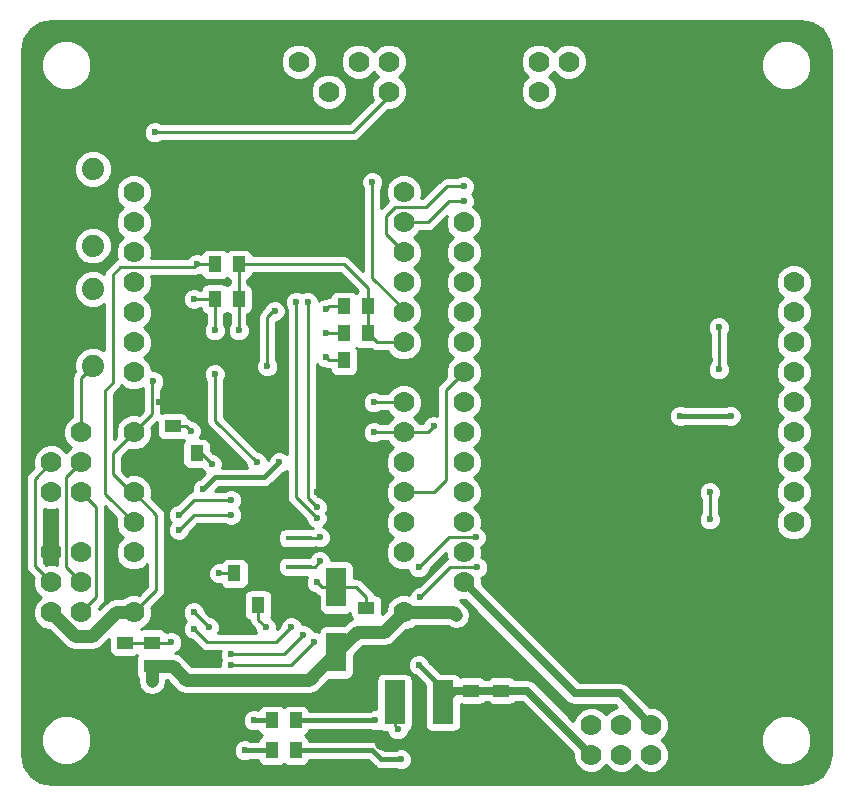
<source format=gbl>
G04 #@! TF.FileFunction,Copper,L2,Bot,Signal*
%FSLAX46Y46*%
G04 Gerber Fmt 4.6, Leading zero omitted, Abs format (unit mm)*
G04 Created by KiCad (PCBNEW (2015-06-26 BZR 5832)-product) date Samstag, 05. März 2016 'u16' 11:16:22*
%MOMM*%
G01*
G04 APERTURE LIST*
%ADD10C,0.150000*%
%ADD11O,1.450000X1.300000*%
%ADD12O,1.400000X1.800000*%
%ADD13C,1.778000*%
%ADD14R,1.399540X1.099820*%
%ADD15R,1.099820X1.399540*%
%ADD16R,1.699260X3.299460*%
%ADD17R,1.800860X3.700780*%
%ADD18C,1.879600*%
%ADD19R,2.200000X0.400000*%
%ADD20C,0.600000*%
%ADD21C,0.400000*%
%ADD22C,0.250000*%
%ADD23C,1.100000*%
%ADD24C,0.700000*%
%ADD25C,0.254000*%
G04 APERTURE END LIST*
D10*
D11*
X158202000Y-130396000D03*
X153202000Y-130396000D03*
D12*
X159202000Y-133096000D03*
X152202000Y-133096000D03*
D13*
X168910000Y-72750000D03*
X168910000Y-75290000D03*
X166370000Y-72750000D03*
X166370000Y-75290000D03*
X163830000Y-72750000D03*
X163830000Y-75290000D03*
X161290000Y-72750000D03*
X161290000Y-75290000D03*
X158750000Y-72750000D03*
X158750000Y-75290000D03*
X156210000Y-72750000D03*
X156210000Y-75290000D03*
X153670000Y-72750000D03*
X153670000Y-75290000D03*
X151130000Y-72750000D03*
X151130000Y-75290000D03*
X148590000Y-72750000D03*
X148590000Y-75290000D03*
X146050000Y-72750000D03*
X146050000Y-75290000D03*
X160020000Y-86360000D03*
X187960000Y-86360000D03*
X160020000Y-88900000D03*
X187960000Y-88900000D03*
X160020000Y-91440000D03*
X187960000Y-91440000D03*
X160020000Y-93980000D03*
X187960000Y-93980000D03*
X160020000Y-96520000D03*
X187960000Y-96520000D03*
X160020000Y-99060000D03*
X187960000Y-99060000D03*
X160020000Y-101600000D03*
X187960000Y-101600000D03*
X160020000Y-104140000D03*
X187960000Y-104140000D03*
X160020000Y-106680000D03*
X187960000Y-106680000D03*
X160020000Y-109220000D03*
X187960000Y-109220000D03*
X160020000Y-111760000D03*
X187960000Y-111760000D03*
X160020000Y-114300000D03*
X187960000Y-114300000D03*
X160020000Y-116840000D03*
X187960000Y-116840000D03*
X175895000Y-128905000D03*
X173355000Y-128905000D03*
X170815000Y-128905000D03*
X175895000Y-131445000D03*
X173355000Y-131445000D03*
X170815000Y-131445000D03*
X127635000Y-119380000D03*
X125095000Y-119380000D03*
X127635000Y-116840000D03*
X125095000Y-116840000D03*
X127635000Y-114300000D03*
X125095000Y-114300000D03*
X127635000Y-109220000D03*
X125095000Y-109220000D03*
X127635000Y-106680000D03*
X125095000Y-106680000D03*
X127635000Y-104140000D03*
X125095000Y-104140000D03*
X132080000Y-83820000D03*
X154940000Y-83820000D03*
X132080000Y-86360000D03*
X154940000Y-86360000D03*
X132080000Y-88900000D03*
X154940000Y-88900000D03*
X132080000Y-91440000D03*
X154940000Y-91440000D03*
X132080000Y-93980000D03*
X154940000Y-93980000D03*
X132080000Y-96520000D03*
X154940000Y-96520000D03*
X132080000Y-99060000D03*
X154940000Y-99060000D03*
X132080000Y-101600000D03*
X154940000Y-101600000D03*
X132080000Y-104140000D03*
X154940000Y-104140000D03*
X132080000Y-106680000D03*
X154940000Y-106680000D03*
X132080000Y-109220000D03*
X154940000Y-109220000D03*
X132080000Y-111760000D03*
X154940000Y-111760000D03*
X132080000Y-114300000D03*
X154940000Y-114300000D03*
X132080000Y-116840000D03*
X154940000Y-116840000D03*
X132080000Y-119380000D03*
X154940000Y-119380000D03*
D14*
X163195000Y-126001780D03*
X163195000Y-127998220D03*
X160655000Y-126001780D03*
X160655000Y-127998220D03*
D15*
X142603220Y-118745000D03*
X140606780Y-118745000D03*
X140606780Y-116078000D03*
X142603220Y-116078000D03*
D14*
X131318000Y-121937780D03*
X131318000Y-123934220D03*
D16*
X149225000Y-117264180D03*
X149225000Y-122765820D03*
D17*
X154160220Y-127000000D03*
X158259780Y-127000000D03*
D14*
X133604000Y-121937780D03*
X133604000Y-123934220D03*
D15*
X143781780Y-131064000D03*
X145778220Y-131064000D03*
X143781780Y-128524000D03*
X145778220Y-128524000D03*
X140952220Y-92837000D03*
X138955780Y-92837000D03*
X151874220Y-93472000D03*
X149877780Y-93472000D03*
X151874220Y-98044000D03*
X149877780Y-98044000D03*
X151874220Y-95758000D03*
X149877780Y-95758000D03*
X140952220Y-89916000D03*
X138955780Y-89916000D03*
D14*
X151765000Y-119016780D03*
X151765000Y-121013220D03*
D15*
X137396220Y-105918000D03*
X135399780Y-105918000D03*
D14*
X135382000Y-103614220D03*
X135382000Y-101617780D03*
D18*
X124104400Y-98501200D03*
X124104400Y-91998800D03*
X128625600Y-98501200D03*
X128625600Y-91998800D03*
X128625600Y-81838800D03*
X128625600Y-88341200D03*
X124104400Y-81838800D03*
X124104400Y-88341200D03*
D19*
X146050000Y-113100000D03*
X146050000Y-114300000D03*
X146050000Y-115500000D03*
D20*
X135890000Y-116840000D03*
X150749000Y-115062000D03*
X151130000Y-105410000D03*
X147574000Y-109220000D03*
X135001000Y-110617000D03*
X134239000Y-101600000D03*
X172085000Y-123952000D03*
X184912000Y-99441000D03*
X183769000Y-105918000D03*
X179451000Y-105918000D03*
X176276000Y-91186000D03*
X172593000Y-93345000D03*
X172339000Y-111252000D03*
X180848000Y-98044000D03*
X159512000Y-121666000D03*
X164846000Y-128016000D03*
X142748000Y-117348000D03*
X151384000Y-101092000D03*
X144399000Y-106680000D03*
X137922000Y-108966000D03*
X178308000Y-102743000D03*
X182626000Y-102743000D03*
X137160000Y-119380000D03*
X138430000Y-120650000D03*
X140970000Y-95504000D03*
X133604000Y-125222000D03*
X159385000Y-119634000D03*
X133731000Y-99822000D03*
X156210000Y-123825000D03*
X143256000Y-120650000D03*
X139319000Y-116078000D03*
X135255000Y-121920000D03*
X152527000Y-128524000D03*
X154686000Y-131826000D03*
X154432000Y-129286000D03*
X147574000Y-116840000D03*
X136906000Y-104013000D03*
X147320000Y-121920000D03*
X140335000Y-123825000D03*
X145415000Y-120650000D03*
X137160000Y-120777000D03*
X146431000Y-121285000D03*
X140335000Y-122936000D03*
X140335000Y-109855000D03*
X135890000Y-111125000D03*
X157480000Y-103632000D03*
X152400000Y-104140000D03*
X152400000Y-101600000D03*
X133858000Y-78740000D03*
X152273000Y-82931000D03*
X148336000Y-95758000D03*
X148336000Y-97790000D03*
X141478000Y-131064000D03*
X142240000Y-128524000D03*
X142494000Y-106680000D03*
X138938000Y-95504000D03*
X138938000Y-99187000D03*
X181610000Y-98806000D03*
X181610000Y-95250000D03*
X140335000Y-111125000D03*
X135890000Y-112395000D03*
X137160000Y-92837000D03*
X144018000Y-93853000D03*
X143383000Y-98552000D03*
X148336000Y-93726000D03*
X137414000Y-89916000D03*
X160020000Y-84582000D03*
X180848000Y-111506000D03*
X180848000Y-109220000D03*
X161163000Y-115570000D03*
X156337000Y-118110000D03*
X160020000Y-83312000D03*
X161036000Y-113030000D03*
X156210000Y-115570000D03*
X138684000Y-106807000D03*
X147574000Y-110490000D03*
X146812000Y-93091000D03*
X147574000Y-111379000D03*
X145796000Y-93091000D03*
X147828000Y-113030000D03*
X147828000Y-115062000D03*
D21*
X135399780Y-105918000D02*
X132842000Y-105918000D01*
X132842000Y-105918000D02*
X132080000Y-106680000D01*
D22*
X135382000Y-101617780D02*
X134256780Y-101617780D01*
X134256780Y-101617780D02*
X134239000Y-101600000D01*
X154940000Y-99060000D02*
X152890220Y-99060000D01*
X152890220Y-99060000D02*
X151874220Y-98044000D01*
D21*
X137922000Y-108966000D02*
X138938000Y-107950000D01*
X143129000Y-107950000D02*
X144399000Y-106680000D01*
X138938000Y-107950000D02*
X143129000Y-107950000D01*
X178308000Y-102743000D02*
X182626000Y-102743000D01*
D22*
X138430000Y-120650000D02*
X137160000Y-119380000D01*
X140952220Y-95486220D02*
X140952220Y-92837000D01*
X140970000Y-95504000D02*
X140952220Y-95486220D01*
D23*
X133604000Y-123934220D02*
X133604000Y-125222000D01*
X132080000Y-119380000D02*
X130556000Y-119380000D01*
X128524000Y-121412000D02*
X127127000Y-121412000D01*
X127127000Y-121412000D02*
X125095000Y-119380000D01*
X130556000Y-119380000D02*
X128524000Y-121412000D01*
X133604000Y-123934220D02*
X135364220Y-123934220D01*
X146895820Y-125095000D02*
X149225000Y-122765820D01*
X136525000Y-125095000D02*
X146895820Y-125095000D01*
X135364220Y-123934220D02*
X136525000Y-125095000D01*
X151765000Y-121013220D02*
X150977600Y-121013220D01*
X150977600Y-121013220D02*
X149225000Y-122765820D01*
X151765000Y-121013220D02*
X153306780Y-121013220D01*
X153306780Y-121013220D02*
X154940000Y-119380000D01*
X159385000Y-119634000D02*
X159131000Y-119380000D01*
X159131000Y-119380000D02*
X154940000Y-119380000D01*
D22*
X133604000Y-123934220D02*
X133840220Y-123934220D01*
X151874220Y-120904000D02*
X151765000Y-121013220D01*
X133604000Y-102616000D02*
X132080000Y-104140000D01*
X133604000Y-99949000D02*
X133604000Y-102616000D01*
X133731000Y-99822000D02*
X133604000Y-99949000D01*
X132080000Y-109220000D02*
X133985000Y-111125000D01*
X133985000Y-117475000D02*
X132080000Y-119380000D01*
X133985000Y-111125000D02*
X133985000Y-117475000D01*
X132080000Y-104140000D02*
X130302000Y-105918000D01*
X130302000Y-105918000D02*
X130302000Y-107696000D01*
X130302000Y-107696000D02*
X131826000Y-109220000D01*
X131826000Y-109220000D02*
X132080000Y-109220000D01*
X140952220Y-89916000D02*
X140952220Y-92837000D01*
X149308820Y-122682000D02*
X149225000Y-122765820D01*
X154940000Y-119380000D02*
X154642820Y-119380000D01*
X140952220Y-89916000D02*
X149860000Y-89916000D01*
X151874220Y-91930220D02*
X151874220Y-93472000D01*
X149860000Y-89916000D02*
X151874220Y-91930220D01*
X151874220Y-95758000D02*
X151874220Y-93472000D01*
X154940000Y-96520000D02*
X152636220Y-96520000D01*
X152636220Y-96520000D02*
X151874220Y-95758000D01*
X151620220Y-93726000D02*
X152146000Y-93726000D01*
D21*
X158259780Y-127000000D02*
X158259780Y-125874780D01*
X158259780Y-125874780D02*
X156210000Y-123825000D01*
D24*
X163195000Y-126001780D02*
X165371780Y-126001780D01*
X165371780Y-126001780D02*
X170815000Y-131445000D01*
X160655000Y-126001780D02*
X163195000Y-126001780D01*
X160655000Y-126001780D02*
X159258000Y-126001780D01*
X159258000Y-126001780D02*
X158259780Y-127000000D01*
D22*
X158259780Y-127000000D02*
X158259780Y-126982220D01*
X142603220Y-119997220D02*
X142603220Y-118745000D01*
X143256000Y-120650000D02*
X142603220Y-119997220D01*
X139319000Y-116078000D02*
X140606780Y-116078000D01*
X133604000Y-121937780D02*
X131318000Y-121937780D01*
X135237220Y-121937780D02*
X133604000Y-121937780D01*
X135255000Y-121920000D02*
X135237220Y-121937780D01*
D21*
X152527000Y-128524000D02*
X145778220Y-128524000D01*
X152273000Y-131064000D02*
X145778220Y-131064000D01*
X153035000Y-131826000D02*
X152273000Y-131064000D01*
X154686000Y-131826000D02*
X153035000Y-131826000D01*
D22*
X154160220Y-129014220D02*
X154160220Y-127000000D01*
X154432000Y-129286000D02*
X154160220Y-129014220D01*
X127635000Y-104140000D02*
X127635000Y-99491800D01*
X127635000Y-99491800D02*
X128625600Y-98501200D01*
X151765000Y-119016780D02*
X151765000Y-118110000D01*
X150919180Y-117264180D02*
X149225000Y-117264180D01*
X151765000Y-118110000D02*
X150919180Y-117264180D01*
X151909780Y-119380000D02*
X151765000Y-119235220D01*
X149250400Y-117238780D02*
X149225000Y-117264180D01*
X149225000Y-117264180D02*
X149225000Y-117983000D01*
X149225000Y-117264180D02*
X147998180Y-117264180D01*
X147998180Y-117264180D02*
X147574000Y-116840000D01*
X136507220Y-103614220D02*
X135382000Y-103614220D01*
X136906000Y-104013000D02*
X136507220Y-103614220D01*
D24*
X160020000Y-116840000D02*
X169418000Y-126238000D01*
X173228000Y-126238000D02*
X175895000Y-128905000D01*
X169418000Y-126238000D02*
X173228000Y-126238000D01*
D22*
X145415000Y-123825000D02*
X147320000Y-121920000D01*
X140335000Y-123825000D02*
X145415000Y-123825000D01*
X127635000Y-109220000D02*
X128905000Y-110490000D01*
X128905000Y-118110000D02*
X127635000Y-119380000D01*
X128905000Y-110490000D02*
X128905000Y-118110000D01*
X144145000Y-121920000D02*
X145415000Y-120650000D01*
X138303000Y-121920000D02*
X144145000Y-121920000D01*
X137160000Y-120777000D02*
X138303000Y-121920000D01*
X127635000Y-106680000D02*
X126365000Y-107950000D01*
X126365000Y-115570000D02*
X127635000Y-116840000D01*
X126365000Y-107950000D02*
X126365000Y-115570000D01*
X125095000Y-116840000D02*
X123952000Y-115697000D01*
X123698000Y-108077000D02*
X125095000Y-106680000D01*
X123698000Y-115443000D02*
X123698000Y-108077000D01*
X123952000Y-115697000D02*
X123698000Y-115443000D01*
X144780000Y-122936000D02*
X146431000Y-121285000D01*
X143637000Y-122936000D02*
X144780000Y-122936000D01*
X140335000Y-122936000D02*
X143637000Y-122936000D01*
X137160000Y-109855000D02*
X140335000Y-109855000D01*
X135890000Y-111125000D02*
X137160000Y-109855000D01*
X154940000Y-104140000D02*
X156972000Y-104140000D01*
X156972000Y-104140000D02*
X157480000Y-103632000D01*
X154940000Y-104140000D02*
X152400000Y-104140000D01*
X154940000Y-101600000D02*
X152400000Y-101600000D01*
X150622000Y-78740000D02*
X133858000Y-78740000D01*
X153670000Y-75692000D02*
X150622000Y-78740000D01*
X153670000Y-75290000D02*
X153670000Y-75692000D01*
X154940000Y-93980000D02*
X154940000Y-93726000D01*
X154940000Y-93726000D02*
X152273000Y-91059000D01*
X152273000Y-91059000D02*
X152273000Y-82931000D01*
X148336000Y-95758000D02*
X149877780Y-95758000D01*
X154940000Y-109220000D02*
X157480000Y-109220000D01*
X158496000Y-100584000D02*
X160020000Y-99060000D01*
X158496000Y-108204000D02*
X158496000Y-100584000D01*
X157480000Y-109220000D02*
X158496000Y-108204000D01*
X148590000Y-98044000D02*
X149877780Y-98044000D01*
X148336000Y-97790000D02*
X148590000Y-98044000D01*
D21*
X141478000Y-131064000D02*
X143781780Y-131064000D01*
X142240000Y-128524000D02*
X143781780Y-128524000D01*
D22*
X138955780Y-103141780D02*
X138955780Y-99204780D01*
X142494000Y-106680000D02*
X138955780Y-103141780D01*
X138955780Y-95486220D02*
X138955780Y-92837000D01*
X138938000Y-95504000D02*
X138955780Y-95486220D01*
X138955780Y-99204780D02*
X138938000Y-99187000D01*
X181610000Y-98806000D02*
X181610000Y-95250000D01*
X137160000Y-111125000D02*
X140335000Y-111125000D01*
X135890000Y-112395000D02*
X137160000Y-111125000D01*
X137160000Y-92837000D02*
X138955780Y-92837000D01*
X143891000Y-93853000D02*
X144018000Y-93853000D01*
X143383000Y-94361000D02*
X143891000Y-93853000D01*
X143383000Y-94869000D02*
X143383000Y-94361000D01*
X143383000Y-98552000D02*
X143383000Y-94869000D01*
X148590000Y-93472000D02*
X149877780Y-93472000D01*
X148336000Y-93726000D02*
X148590000Y-93472000D01*
X132080000Y-111760000D02*
X129921000Y-109601000D01*
X137160000Y-90170000D02*
X137414000Y-89916000D01*
X130937000Y-90170000D02*
X137160000Y-90170000D01*
X130302000Y-90805000D02*
X130937000Y-90170000D01*
X130302000Y-99949000D02*
X130302000Y-90805000D01*
X129667000Y-100584000D02*
X130302000Y-99949000D01*
X129667000Y-109347000D02*
X129667000Y-100584000D01*
X129921000Y-109601000D02*
X129667000Y-109347000D01*
X137414000Y-89916000D02*
X138955780Y-89916000D01*
X160020000Y-84582000D02*
X158750000Y-84582000D01*
X158750000Y-84582000D02*
X156972000Y-86360000D01*
X154940000Y-86360000D02*
X156972000Y-86360000D01*
X180848000Y-109220000D02*
X180848000Y-111506000D01*
X158877000Y-115570000D02*
X161163000Y-115570000D01*
X156337000Y-118110000D02*
X158877000Y-115570000D01*
X154940000Y-88900000D02*
X153416000Y-87376000D01*
X158623000Y-83312000D02*
X160020000Y-83312000D01*
X156845000Y-85090000D02*
X158623000Y-83312000D01*
X155575000Y-85090000D02*
X156845000Y-85090000D01*
X154178000Y-85090000D02*
X155575000Y-85090000D01*
X154051000Y-85217000D02*
X154178000Y-85090000D01*
X153416000Y-85852000D02*
X154051000Y-85217000D01*
X153416000Y-87376000D02*
X153416000Y-85852000D01*
X156210000Y-115570000D02*
X158750000Y-113030000D01*
X158750000Y-113030000D02*
X161036000Y-113030000D01*
X138684000Y-106807000D02*
X137795000Y-105918000D01*
X137795000Y-105918000D02*
X137396220Y-105918000D01*
X146812000Y-109728000D02*
X146812000Y-93091000D01*
X147574000Y-110490000D02*
X146812000Y-109728000D01*
X145796000Y-109601000D02*
X145796000Y-93091000D01*
X147574000Y-111379000D02*
X145796000Y-109601000D01*
X147828000Y-113030000D02*
X147758000Y-113100000D01*
X147758000Y-113100000D02*
X146050000Y-113100000D01*
X147390000Y-115500000D02*
X146050000Y-115500000D01*
X147828000Y-115062000D02*
X147390000Y-115500000D01*
D25*
G36*
X190883062Y-132392747D02*
X190346206Y-133196206D01*
X189542745Y-133733062D01*
X188527533Y-133935000D01*
X125162467Y-133935000D01*
X124147253Y-133733062D01*
X123343794Y-133196206D01*
X122806938Y-132392745D01*
X122605000Y-131377533D01*
X122605000Y-128364090D01*
X125157273Y-128364090D01*
X124556200Y-128964114D01*
X124230501Y-129748485D01*
X124229760Y-130597789D01*
X124554090Y-131382727D01*
X125154114Y-131983800D01*
X125938485Y-132309499D01*
X126787789Y-132310240D01*
X127572727Y-131985910D01*
X128173800Y-131385886D01*
X128499499Y-130601515D01*
X128500240Y-129752211D01*
X128175910Y-128967273D01*
X127575886Y-128366200D01*
X126791515Y-128040501D01*
X125942211Y-128039760D01*
X125157273Y-128364090D01*
X122605000Y-128364090D01*
X122605000Y-87005371D01*
X127734713Y-87005371D01*
X127291328Y-87447983D01*
X127051074Y-88026579D01*
X127050527Y-88653073D01*
X127289771Y-89232087D01*
X127732383Y-89675472D01*
X128310979Y-89915726D01*
X128937473Y-89916273D01*
X129516487Y-89677029D01*
X129959872Y-89234417D01*
X130200126Y-88655821D01*
X130200673Y-88029327D01*
X129961429Y-87450313D01*
X129518817Y-87006928D01*
X128940221Y-86766674D01*
X128313727Y-86766127D01*
X127734713Y-87005371D01*
X122605000Y-87005371D01*
X122605000Y-83515528D01*
X130556265Y-83515528D01*
X130555736Y-84121812D01*
X130787262Y-84682149D01*
X131194737Y-85090336D01*
X130788769Y-85495596D01*
X130556265Y-86055528D01*
X130555736Y-86661812D01*
X130787262Y-87222149D01*
X131194737Y-87630336D01*
X130788769Y-88035596D01*
X130556265Y-88595528D01*
X130555736Y-89201812D01*
X130664180Y-89464268D01*
X130646161Y-89467852D01*
X130399599Y-89632599D01*
X129764599Y-90267599D01*
X129599852Y-90514161D01*
X129561447Y-90707233D01*
X129518817Y-90664528D01*
X128940221Y-90424274D01*
X128313727Y-90423727D01*
X127734713Y-90662971D01*
X127291328Y-91105583D01*
X127051074Y-91684179D01*
X127050527Y-92310673D01*
X127289771Y-92889687D01*
X127732383Y-93333072D01*
X128310979Y-93573326D01*
X128937473Y-93573873D01*
X129516487Y-93334629D01*
X129542000Y-93309160D01*
X129542000Y-97190151D01*
X129518817Y-97166928D01*
X128940221Y-96926674D01*
X128313727Y-96926127D01*
X127734713Y-97165371D01*
X127291328Y-97607983D01*
X127051074Y-98186579D01*
X127050527Y-98813073D01*
X127105611Y-98946387D01*
X127097599Y-98954399D01*
X126932852Y-99200961D01*
X126875000Y-99491800D01*
X126875000Y-102805055D01*
X126772851Y-102847262D01*
X126343769Y-103275596D01*
X126111265Y-103835528D01*
X126110736Y-104441812D01*
X126342262Y-105002149D01*
X126749737Y-105410336D01*
X126364664Y-105794737D01*
X125959404Y-105388769D01*
X125399472Y-105156265D01*
X124793188Y-105155736D01*
X124232851Y-105387262D01*
X123803769Y-105815596D01*
X123571265Y-106375528D01*
X123570736Y-106981812D01*
X123613906Y-107086292D01*
X123160599Y-107539599D01*
X122995852Y-107786161D01*
X122938000Y-108077000D01*
X122938000Y-115443000D01*
X122995852Y-115733839D01*
X123160599Y-115980401D01*
X123613650Y-116433452D01*
X123571265Y-116535528D01*
X123570736Y-117141812D01*
X123802262Y-117702149D01*
X124209737Y-118110336D01*
X123803769Y-118515596D01*
X123571265Y-119075528D01*
X123570736Y-119681812D01*
X123802262Y-120242149D01*
X124230596Y-120671231D01*
X124790528Y-120903735D01*
X124943024Y-120903868D01*
X126289078Y-122249922D01*
X126673520Y-122506797D01*
X127127000Y-122597001D01*
X127127005Y-122597000D01*
X128523995Y-122597000D01*
X128524000Y-122597001D01*
X128977480Y-122506797D01*
X129361922Y-122249922D01*
X129970790Y-121641054D01*
X129970790Y-122487690D01*
X130017767Y-122729813D01*
X130157557Y-122942617D01*
X130368590Y-123085067D01*
X130618230Y-123135130D01*
X132017770Y-123135130D01*
X132259893Y-123088153D01*
X132400679Y-122995671D01*
X132306853Y-123134670D01*
X132256790Y-123384310D01*
X132256790Y-124484130D01*
X132303767Y-124726253D01*
X132419000Y-124901674D01*
X132419000Y-125222000D01*
X132509203Y-125675480D01*
X132766078Y-126059922D01*
X133150520Y-126316797D01*
X133604000Y-126407000D01*
X134057480Y-126316797D01*
X134441922Y-126059922D01*
X134698797Y-125675480D01*
X134789000Y-125222000D01*
X134789000Y-125119220D01*
X134873376Y-125119220D01*
X135687076Y-125932919D01*
X135687078Y-125932922D01*
X136071520Y-126189797D01*
X136094259Y-126194320D01*
X136525000Y-126280001D01*
X136525005Y-126280000D01*
X146895815Y-126280000D01*
X146895820Y-126280001D01*
X147349300Y-126189797D01*
X147733742Y-125932922D01*
X148603674Y-125062990D01*
X150074630Y-125062990D01*
X150316753Y-125016013D01*
X150529557Y-124876223D01*
X150672007Y-124665190D01*
X150704699Y-124502170D01*
X153259790Y-124502170D01*
X153017667Y-124549147D01*
X152804863Y-124688937D01*
X152662413Y-124899970D01*
X152612350Y-125149610D01*
X152612350Y-127589074D01*
X152341833Y-127588838D01*
X152099422Y-127689000D01*
X146949333Y-127689000D01*
X146928593Y-127582107D01*
X146788803Y-127369303D01*
X146577770Y-127226853D01*
X146328130Y-127176790D01*
X145228310Y-127176790D01*
X144986187Y-127223767D01*
X144778688Y-127360072D01*
X144581330Y-127226853D01*
X144331690Y-127176790D01*
X143231870Y-127176790D01*
X142989747Y-127223767D01*
X142776943Y-127363557D01*
X142634493Y-127574590D01*
X142615830Y-127667655D01*
X142426799Y-127589162D01*
X142054833Y-127588838D01*
X141711057Y-127730883D01*
X141447808Y-127993673D01*
X141305162Y-128337201D01*
X141304838Y-128709167D01*
X141446883Y-129052943D01*
X141709673Y-129316192D01*
X142053201Y-129458838D01*
X142425167Y-129459162D01*
X142614891Y-129380770D01*
X142631407Y-129465893D01*
X142771197Y-129678697D01*
X142942856Y-129794569D01*
X142776943Y-129903557D01*
X142634493Y-130114590D01*
X142611549Y-130229000D01*
X141905234Y-130229000D01*
X141664799Y-130129162D01*
X141292833Y-130128838D01*
X140949057Y-130270883D01*
X140685808Y-130533673D01*
X140543162Y-130877201D01*
X140542838Y-131249167D01*
X140684883Y-131592943D01*
X140947673Y-131856192D01*
X141291201Y-131998838D01*
X141663167Y-131999162D01*
X141905578Y-131899000D01*
X142610667Y-131899000D01*
X142631407Y-132005893D01*
X142771197Y-132218697D01*
X142982230Y-132361147D01*
X143231870Y-132411210D01*
X144331690Y-132411210D01*
X144573813Y-132364233D01*
X144781312Y-132227928D01*
X144978670Y-132361147D01*
X145228310Y-132411210D01*
X146328130Y-132411210D01*
X146570253Y-132364233D01*
X146783057Y-132224443D01*
X146925507Y-132013410D01*
X146948451Y-131899000D01*
X151927132Y-131899000D01*
X152444566Y-132416434D01*
X152715460Y-132597440D01*
X153035000Y-132661000D01*
X154258766Y-132661000D01*
X154499201Y-132760838D01*
X154871167Y-132761162D01*
X155214943Y-132619117D01*
X155478192Y-132356327D01*
X155620838Y-132012799D01*
X155621162Y-131640833D01*
X155479117Y-131297057D01*
X155216327Y-131033808D01*
X154872799Y-130891162D01*
X154500833Y-130890838D01*
X154258422Y-130991000D01*
X153380868Y-130991000D01*
X152863434Y-130473566D01*
X152592541Y-130292561D01*
X152273000Y-130229000D01*
X146949333Y-130229000D01*
X146928593Y-130122107D01*
X146788803Y-129909303D01*
X146617144Y-129793431D01*
X146783057Y-129684443D01*
X146925507Y-129473410D01*
X146948451Y-129359000D01*
X152099766Y-129359000D01*
X152340201Y-129458838D01*
X152712167Y-129459162D01*
X152907477Y-129378462D01*
X153010150Y-129447767D01*
X153259790Y-129497830D01*
X153507855Y-129497830D01*
X153638883Y-129814943D01*
X153901673Y-130078192D01*
X154245201Y-130220838D01*
X154617167Y-130221162D01*
X154960943Y-130079117D01*
X155224192Y-129816327D01*
X155366838Y-129472799D01*
X155366894Y-129408732D01*
X155515577Y-129311063D01*
X155658027Y-129100030D01*
X155708090Y-128850390D01*
X155708090Y-125149610D01*
X155661113Y-124907487D01*
X155521323Y-124694683D01*
X155310290Y-124552233D01*
X155060650Y-124502170D01*
X153259790Y-124502170D01*
X150704699Y-124502170D01*
X150722070Y-124415550D01*
X150722070Y-122944594D01*
X151456093Y-122210570D01*
X152464770Y-122210570D01*
X152528423Y-122198220D01*
X153306775Y-122198220D01*
X153306780Y-122198221D01*
X153760260Y-122108017D01*
X154144702Y-121851142D01*
X155091710Y-120904133D01*
X155241812Y-120904264D01*
X155802149Y-120672738D01*
X155910075Y-120565000D01*
X158686381Y-120565000D01*
X158931520Y-120728797D01*
X159385000Y-120819000D01*
X159838479Y-120728797D01*
X160222921Y-120471921D01*
X160479797Y-120087479D01*
X160570000Y-119634000D01*
X160479797Y-119180520D01*
X160222921Y-118796078D01*
X159968922Y-118542078D01*
X159679823Y-118348909D01*
X159715528Y-118363735D01*
X160151115Y-118364115D01*
X168721500Y-126934500D01*
X169041057Y-127148021D01*
X169418000Y-127223000D01*
X172820000Y-127223000D01*
X172999797Y-127402797D01*
X172492851Y-127612262D01*
X172084664Y-128019737D01*
X171679404Y-127613769D01*
X171119472Y-127381265D01*
X170513188Y-127380736D01*
X169952851Y-127612262D01*
X169523769Y-128040596D01*
X169312467Y-128549467D01*
X166068280Y-125305280D01*
X165748723Y-125091759D01*
X165371780Y-125016780D01*
X164368474Y-125016780D01*
X164355443Y-124996943D01*
X164144410Y-124854493D01*
X163894770Y-124804430D01*
X162495230Y-124804430D01*
X162253107Y-124851407D01*
X162040303Y-124991197D01*
X162023034Y-125016780D01*
X161828474Y-125016780D01*
X161815443Y-124996943D01*
X161604410Y-124854493D01*
X161354770Y-124804430D01*
X159955230Y-124804430D01*
X159722622Y-124849561D01*
X159620883Y-124694683D01*
X159409850Y-124552233D01*
X159160210Y-124502170D01*
X158068038Y-124502170D01*
X157102535Y-123536667D01*
X157003117Y-123296057D01*
X156740327Y-123032808D01*
X156396799Y-122890162D01*
X156024833Y-122889838D01*
X155681057Y-123031883D01*
X155417808Y-123294673D01*
X155275162Y-123638201D01*
X155274838Y-124010167D01*
X155416883Y-124353943D01*
X155679673Y-124617192D01*
X155921910Y-124717778D01*
X156711910Y-125507778D01*
X156711910Y-128850390D01*
X156758887Y-129092513D01*
X156898677Y-129305317D01*
X157109710Y-129447767D01*
X157359350Y-129497830D01*
X159160210Y-129497830D01*
X159402333Y-129450853D01*
X159615137Y-129311063D01*
X159757587Y-129100030D01*
X159807650Y-128850390D01*
X159807650Y-127169534D01*
X159955230Y-127199130D01*
X161354770Y-127199130D01*
X161596893Y-127152153D01*
X161809697Y-127012363D01*
X161826966Y-126986780D01*
X162021526Y-126986780D01*
X162034557Y-127006617D01*
X162245590Y-127149067D01*
X162495230Y-127199130D01*
X163894770Y-127199130D01*
X164136893Y-127152153D01*
X164349697Y-127012363D01*
X164366966Y-126986780D01*
X164963780Y-126986780D01*
X169291114Y-131314114D01*
X169290736Y-131746812D01*
X169522262Y-132307149D01*
X169950596Y-132736231D01*
X170510528Y-132968735D01*
X171116812Y-132969264D01*
X171677149Y-132737738D01*
X172085336Y-132330263D01*
X172490596Y-132736231D01*
X173050528Y-132968735D01*
X173656812Y-132969264D01*
X174217149Y-132737738D01*
X174625336Y-132330263D01*
X175030596Y-132736231D01*
X175590528Y-132968735D01*
X176196812Y-132969264D01*
X176757149Y-132737738D01*
X177186231Y-132309404D01*
X177418735Y-131749472D01*
X177419264Y-131143188D01*
X177187738Y-130582851D01*
X176780263Y-130174664D01*
X177186231Y-129769404D01*
X177418735Y-129209472D01*
X177419264Y-128603188D01*
X177320471Y-128364090D01*
X186117273Y-128364090D01*
X185516200Y-128964114D01*
X185190501Y-129748485D01*
X185189760Y-130597789D01*
X185514090Y-131382727D01*
X186114114Y-131983800D01*
X186898485Y-132309499D01*
X187747789Y-132310240D01*
X188532727Y-131985910D01*
X189133800Y-131385886D01*
X189459499Y-130601515D01*
X189460240Y-129752211D01*
X189135910Y-128967273D01*
X188535886Y-128366200D01*
X187751515Y-128040501D01*
X186902211Y-128039760D01*
X186117273Y-128364090D01*
X177320471Y-128364090D01*
X177187738Y-128042851D01*
X176759404Y-127613769D01*
X176199472Y-127381265D01*
X175763885Y-127380885D01*
X173924500Y-125541500D01*
X173604943Y-125327979D01*
X173228000Y-125253000D01*
X169826000Y-125253000D01*
X161543886Y-116970886D01*
X161544264Y-116538188D01*
X161504011Y-116440769D01*
X161691943Y-116363117D01*
X161955192Y-116100327D01*
X162097838Y-115756799D01*
X162098162Y-115384833D01*
X161956117Y-115041057D01*
X161693327Y-114777808D01*
X161504344Y-114699335D01*
X161543735Y-114604472D01*
X161544264Y-113998188D01*
X161485491Y-113855946D01*
X161564943Y-113823117D01*
X161828192Y-113560327D01*
X161970838Y-113216799D01*
X161971162Y-112844833D01*
X161829117Y-112501057D01*
X161566327Y-112237808D01*
X161485667Y-112204315D01*
X161543735Y-112064472D01*
X161544264Y-111458188D01*
X161312738Y-110897851D01*
X160905263Y-110489664D01*
X161311231Y-110084404D01*
X161543735Y-109524472D01*
X161544264Y-108918188D01*
X161341262Y-108426883D01*
X180319057Y-108426883D01*
X180055808Y-108689673D01*
X179913162Y-109033201D01*
X179912838Y-109405167D01*
X180054883Y-109748943D01*
X180088000Y-109782118D01*
X180088000Y-110943537D01*
X180055808Y-110975673D01*
X179913162Y-111319201D01*
X179912838Y-111691167D01*
X180054883Y-112034943D01*
X180317673Y-112298192D01*
X180661201Y-112440838D01*
X181033167Y-112441162D01*
X181376943Y-112299117D01*
X181640192Y-112036327D01*
X181782838Y-111692799D01*
X181783162Y-111320833D01*
X181641117Y-110977057D01*
X181608000Y-110943882D01*
X181608000Y-109782463D01*
X181640192Y-109750327D01*
X181782838Y-109406799D01*
X181783162Y-109034833D01*
X181641117Y-108691057D01*
X181378327Y-108427808D01*
X181034799Y-108285162D01*
X180662833Y-108284838D01*
X180319057Y-108426883D01*
X161341262Y-108426883D01*
X161312738Y-108357851D01*
X160905263Y-107949664D01*
X161311231Y-107544404D01*
X161543735Y-106984472D01*
X161544264Y-106378188D01*
X161312738Y-105817851D01*
X160905263Y-105409664D01*
X161311231Y-105004404D01*
X161543735Y-104444472D01*
X161544264Y-103838188D01*
X161312738Y-103277851D01*
X160905263Y-102869664D01*
X161311231Y-102464404D01*
X161543735Y-101904472D01*
X161543819Y-101807838D01*
X178122833Y-101807838D01*
X177779057Y-101949883D01*
X177515808Y-102212673D01*
X177373162Y-102556201D01*
X177372838Y-102928167D01*
X177514883Y-103271943D01*
X177777673Y-103535192D01*
X178121201Y-103677838D01*
X178493167Y-103678162D01*
X178735578Y-103578000D01*
X182198766Y-103578000D01*
X182439201Y-103677838D01*
X182811167Y-103678162D01*
X183154943Y-103536117D01*
X183418192Y-103273327D01*
X183560838Y-102929799D01*
X183561162Y-102557833D01*
X183419117Y-102214057D01*
X183156327Y-101950808D01*
X182812799Y-101808162D01*
X182440833Y-101807838D01*
X182198422Y-101908000D01*
X178735234Y-101908000D01*
X178494799Y-101808162D01*
X178122833Y-101807838D01*
X161543819Y-101807838D01*
X161544264Y-101298188D01*
X161312738Y-100737851D01*
X160905263Y-100329664D01*
X161311231Y-99924404D01*
X161543735Y-99364472D01*
X161544264Y-98758188D01*
X161312738Y-98197851D01*
X160905263Y-97789664D01*
X161311231Y-97384404D01*
X161543735Y-96824472D01*
X161544264Y-96218188D01*
X161312738Y-95657851D01*
X160905263Y-95249664D01*
X161311231Y-94844404D01*
X161472143Y-94456883D01*
X181081057Y-94456883D01*
X180817808Y-94719673D01*
X180675162Y-95063201D01*
X180674838Y-95435167D01*
X180816883Y-95778943D01*
X180850000Y-95812118D01*
X180850000Y-98243537D01*
X180817808Y-98275673D01*
X180675162Y-98619201D01*
X180674838Y-98991167D01*
X180816883Y-99334943D01*
X181079673Y-99598192D01*
X181423201Y-99740838D01*
X181795167Y-99741162D01*
X182138943Y-99599117D01*
X182402192Y-99336327D01*
X182544838Y-98992799D01*
X182545162Y-98620833D01*
X182403117Y-98277057D01*
X182370000Y-98243882D01*
X182370000Y-95812463D01*
X182402192Y-95780327D01*
X182544838Y-95436799D01*
X182545162Y-95064833D01*
X182403117Y-94721057D01*
X182140327Y-94457808D01*
X181796799Y-94315162D01*
X181424833Y-94314838D01*
X181081057Y-94456883D01*
X161472143Y-94456883D01*
X161543735Y-94284472D01*
X161544264Y-93678188D01*
X161312738Y-93117851D01*
X160905263Y-92709664D01*
X161311231Y-92304404D01*
X161543735Y-91744472D01*
X161544264Y-91138188D01*
X161312738Y-90577851D01*
X160905263Y-90169664D01*
X160927704Y-90147262D01*
X187097851Y-90147262D01*
X186668769Y-90575596D01*
X186436265Y-91135528D01*
X186435736Y-91741812D01*
X186667262Y-92302149D01*
X187074737Y-92710336D01*
X186668769Y-93115596D01*
X186436265Y-93675528D01*
X186435736Y-94281812D01*
X186667262Y-94842149D01*
X187074737Y-95250336D01*
X186668769Y-95655596D01*
X186436265Y-96215528D01*
X186435736Y-96821812D01*
X186667262Y-97382149D01*
X187074737Y-97790336D01*
X186668769Y-98195596D01*
X186436265Y-98755528D01*
X186435736Y-99361812D01*
X186667262Y-99922149D01*
X187074737Y-100330336D01*
X186668769Y-100735596D01*
X186436265Y-101295528D01*
X186435736Y-101901812D01*
X186667262Y-102462149D01*
X187074737Y-102870336D01*
X186668769Y-103275596D01*
X186436265Y-103835528D01*
X186435736Y-104441812D01*
X186667262Y-105002149D01*
X187074737Y-105410336D01*
X186668769Y-105815596D01*
X186436265Y-106375528D01*
X186435736Y-106981812D01*
X186667262Y-107542149D01*
X187074737Y-107950336D01*
X186668769Y-108355596D01*
X186436265Y-108915528D01*
X186435736Y-109521812D01*
X186667262Y-110082149D01*
X187074737Y-110490336D01*
X186668769Y-110895596D01*
X186436265Y-111455528D01*
X186435736Y-112061812D01*
X186667262Y-112622149D01*
X187095596Y-113051231D01*
X187655528Y-113283735D01*
X188261812Y-113284264D01*
X188822149Y-113052738D01*
X189251231Y-112624404D01*
X189483735Y-112064472D01*
X189484264Y-111458188D01*
X189252738Y-110897851D01*
X188845263Y-110489664D01*
X189251231Y-110084404D01*
X189483735Y-109524472D01*
X189484264Y-108918188D01*
X189252738Y-108357851D01*
X188845263Y-107949664D01*
X189251231Y-107544404D01*
X189483735Y-106984472D01*
X189484264Y-106378188D01*
X189252738Y-105817851D01*
X188845263Y-105409664D01*
X189251231Y-105004404D01*
X189483735Y-104444472D01*
X189484264Y-103838188D01*
X189252738Y-103277851D01*
X188845263Y-102869664D01*
X189251231Y-102464404D01*
X189483735Y-101904472D01*
X189484264Y-101298188D01*
X189252738Y-100737851D01*
X188845263Y-100329664D01*
X189251231Y-99924404D01*
X189483735Y-99364472D01*
X189484264Y-98758188D01*
X189252738Y-98197851D01*
X188845263Y-97789664D01*
X189251231Y-97384404D01*
X189483735Y-96824472D01*
X189484264Y-96218188D01*
X189252738Y-95657851D01*
X188845263Y-95249664D01*
X189251231Y-94844404D01*
X189483735Y-94284472D01*
X189484264Y-93678188D01*
X189252738Y-93117851D01*
X188845263Y-92709664D01*
X189251231Y-92304404D01*
X189483735Y-91744472D01*
X189484264Y-91138188D01*
X189252738Y-90577851D01*
X188824404Y-90148769D01*
X188264472Y-89916265D01*
X187658188Y-89915736D01*
X187097851Y-90147262D01*
X160927704Y-90147262D01*
X161311231Y-89764404D01*
X161543735Y-89204472D01*
X161544264Y-88598188D01*
X161312738Y-88037851D01*
X160905263Y-87629664D01*
X161311231Y-87224404D01*
X161543735Y-86664472D01*
X161544264Y-86058188D01*
X161312738Y-85497851D01*
X160884404Y-85068769D01*
X160838239Y-85049600D01*
X160954838Y-84768799D01*
X160955162Y-84396833D01*
X160813117Y-84053057D01*
X160707290Y-83947046D01*
X160812192Y-83842327D01*
X160954838Y-83498799D01*
X160955162Y-83126833D01*
X160813117Y-82783057D01*
X160550327Y-82519808D01*
X160206799Y-82377162D01*
X159834833Y-82376838D01*
X159491057Y-82518883D01*
X159457882Y-82552000D01*
X158623000Y-82552000D01*
X158332161Y-82609852D01*
X158085599Y-82774599D01*
X156530198Y-84330000D01*
X156378392Y-84330000D01*
X156463735Y-84124472D01*
X156464264Y-83518188D01*
X156232738Y-82957851D01*
X155804404Y-82528769D01*
X155244472Y-82296265D01*
X154638188Y-82295736D01*
X154077851Y-82527262D01*
X153648769Y-82955596D01*
X153416265Y-83515528D01*
X153415736Y-84121812D01*
X153607436Y-84585762D01*
X153033000Y-85160198D01*
X153033000Y-83493463D01*
X153065192Y-83461327D01*
X153207838Y-83117799D01*
X153208162Y-82745833D01*
X153066117Y-82402057D01*
X152803327Y-82138808D01*
X152459799Y-81996162D01*
X152087833Y-81995838D01*
X151744057Y-82137883D01*
X151480808Y-82400673D01*
X151338162Y-82744201D01*
X151337838Y-83116167D01*
X151479883Y-83459943D01*
X151513000Y-83493118D01*
X151513000Y-90494198D01*
X150397401Y-89378599D01*
X150150839Y-89213852D01*
X149860000Y-89156000D01*
X142137884Y-89156000D01*
X142102593Y-88974107D01*
X141962803Y-88761303D01*
X141751770Y-88618853D01*
X141502130Y-88568790D01*
X140402310Y-88568790D01*
X140160187Y-88615767D01*
X139952688Y-88752072D01*
X139755330Y-88618853D01*
X139505690Y-88568790D01*
X138405870Y-88568790D01*
X138163747Y-88615767D01*
X137950943Y-88755557D01*
X137808493Y-88966590D01*
X137789830Y-89059655D01*
X137600799Y-88981162D01*
X137228833Y-88980838D01*
X136885057Y-89122883D01*
X136621808Y-89385673D01*
X136611706Y-89410000D01*
X133518392Y-89410000D01*
X133603735Y-89204472D01*
X133604264Y-88598188D01*
X133372738Y-88037851D01*
X132965263Y-87629664D01*
X133371231Y-87224404D01*
X133603735Y-86664472D01*
X133604264Y-86058188D01*
X133372738Y-85497851D01*
X132965263Y-85089664D01*
X133371231Y-84684404D01*
X133603735Y-84124472D01*
X133604264Y-83518188D01*
X133372738Y-82957851D01*
X132944404Y-82528769D01*
X132384472Y-82296265D01*
X131778188Y-82295736D01*
X130141031Y-82295736D01*
X130200126Y-82153421D01*
X130200673Y-81526927D01*
X129961429Y-80947913D01*
X129518817Y-80504528D01*
X128940221Y-80264274D01*
X128313727Y-80263727D01*
X127734713Y-80502971D01*
X127291328Y-80945583D01*
X127051074Y-81524179D01*
X127050527Y-82150673D01*
X127289771Y-82729687D01*
X127732383Y-83173072D01*
X128310979Y-83413326D01*
X128937473Y-83413873D01*
X129516487Y-83174629D01*
X129959872Y-82732017D01*
X130141031Y-82295736D01*
X131778188Y-82295736D01*
X130141031Y-82295736D01*
X130141031Y-82295736D01*
X131778188Y-82295736D01*
X131217851Y-82527262D01*
X130788769Y-82955596D01*
X130556265Y-83515528D01*
X122605000Y-83515528D01*
X122605000Y-77804838D01*
X133672833Y-77804838D01*
X133329057Y-77946883D01*
X133065808Y-78209673D01*
X132923162Y-78553201D01*
X132922838Y-78925167D01*
X133064883Y-79268943D01*
X133327673Y-79532192D01*
X133671201Y-79674838D01*
X134043167Y-79675162D01*
X134386943Y-79533117D01*
X134420118Y-79500000D01*
X150622000Y-79500000D01*
X150912839Y-79442148D01*
X151159401Y-79277401D01*
X153622842Y-76813960D01*
X153971812Y-76814264D01*
X154532149Y-76582738D01*
X154961231Y-76154404D01*
X155193735Y-75594472D01*
X155194264Y-74988188D01*
X154962738Y-74427851D01*
X154555263Y-74019664D01*
X154961231Y-73614404D01*
X155193735Y-73054472D01*
X155194264Y-72448188D01*
X154962738Y-71887851D01*
X154534404Y-71458769D01*
X153974472Y-71226265D01*
X153368188Y-71225736D01*
X166068188Y-71225736D01*
X165507851Y-71457262D01*
X165078769Y-71885596D01*
X164846265Y-72445528D01*
X164845736Y-73051812D01*
X165077262Y-73612149D01*
X165484737Y-74020336D01*
X165078769Y-74425596D01*
X164846265Y-74985528D01*
X164845736Y-75591812D01*
X165077262Y-76152149D01*
X165505596Y-76581231D01*
X166065528Y-76813735D01*
X166671812Y-76814264D01*
X167232149Y-76582738D01*
X167661231Y-76154404D01*
X167893735Y-75594472D01*
X167894264Y-74988188D01*
X167662738Y-74427851D01*
X167255263Y-74019664D01*
X167640336Y-73635263D01*
X168045596Y-74041231D01*
X168605528Y-74273735D01*
X169211812Y-74274264D01*
X169772149Y-74042738D01*
X170201231Y-73614404D01*
X170433735Y-73054472D01*
X170434264Y-72448188D01*
X170202738Y-71887851D01*
X169774404Y-71458769D01*
X169214472Y-71226265D01*
X168608188Y-71225736D01*
X168047851Y-71457262D01*
X167639664Y-71864737D01*
X167234404Y-71458769D01*
X166674472Y-71226265D01*
X166068188Y-71225736D01*
X153368188Y-71225736D01*
X153368188Y-71225736D01*
X152807851Y-71457262D01*
X152399664Y-71864737D01*
X151994404Y-71458769D01*
X151434472Y-71226265D01*
X150828188Y-71225736D01*
X145748188Y-71225736D01*
X145748188Y-71225736D01*
X145187851Y-71457262D01*
X144758769Y-71885596D01*
X144526265Y-72445528D01*
X144525736Y-73051812D01*
X144757262Y-73612149D01*
X145185596Y-74041231D01*
X145745528Y-74273735D01*
X146351812Y-74274264D01*
X146912149Y-74042738D01*
X147341231Y-73614404D01*
X147573735Y-73054472D01*
X147574264Y-72448188D01*
X147342738Y-71887851D01*
X146914404Y-71458769D01*
X146354472Y-71226265D01*
X145748188Y-71225736D01*
X150828188Y-71225736D01*
X145748188Y-71225736D01*
X145748188Y-71225736D01*
X150828188Y-71225736D01*
X150267851Y-71457262D01*
X149838769Y-71885596D01*
X149606265Y-72445528D01*
X149605736Y-73051812D01*
X149837262Y-73612149D01*
X150265596Y-74041231D01*
X149496792Y-74041231D01*
X149454404Y-73998769D01*
X148894472Y-73766265D01*
X148288188Y-73765736D01*
X147727851Y-73997262D01*
X147298769Y-74425596D01*
X147066265Y-74985528D01*
X147065736Y-75591812D01*
X147297262Y-76152149D01*
X147725596Y-76581231D01*
X148285528Y-76813735D01*
X148891812Y-76814264D01*
X149452149Y-76582738D01*
X149881231Y-76154404D01*
X150113735Y-75594472D01*
X150114264Y-74988188D01*
X149882738Y-74427851D01*
X149496792Y-74041231D01*
X150265596Y-74041231D01*
X149496792Y-74041231D01*
X149496792Y-74041231D01*
X150265596Y-74041231D01*
X150825528Y-74273735D01*
X151431812Y-74274264D01*
X151992149Y-74042738D01*
X152400336Y-73635263D01*
X152784737Y-74020336D01*
X152378769Y-74425596D01*
X152146265Y-74985528D01*
X152145736Y-75591812D01*
X152306443Y-75980755D01*
X150307198Y-77980000D01*
X134420463Y-77980000D01*
X134388327Y-77947808D01*
X134044799Y-77805162D01*
X133672833Y-77804838D01*
X122605000Y-77804838D01*
X122605000Y-71822467D01*
X122726013Y-71214090D01*
X125157273Y-71214090D01*
X124556200Y-71814114D01*
X124230501Y-72598485D01*
X124229760Y-73447789D01*
X124554090Y-74232727D01*
X125154114Y-74833800D01*
X125938485Y-75159499D01*
X126787789Y-75160240D01*
X127572727Y-74835910D01*
X128173800Y-74235886D01*
X128499499Y-73451515D01*
X128500240Y-72602211D01*
X128175910Y-71817273D01*
X127575886Y-71216200D01*
X127570805Y-71214090D01*
X186117273Y-71214090D01*
X185516200Y-71814114D01*
X185190501Y-72598485D01*
X185189760Y-73447789D01*
X185514090Y-74232727D01*
X186114114Y-74833800D01*
X186898485Y-75159499D01*
X187747789Y-75160240D01*
X188532727Y-74835910D01*
X189133800Y-74235886D01*
X189459499Y-73451515D01*
X189460240Y-72602211D01*
X189135910Y-71817273D01*
X188535886Y-71216200D01*
X187751515Y-70890501D01*
X186902211Y-70889760D01*
X186117273Y-71214090D01*
X127570805Y-71214090D01*
X126791515Y-70890501D01*
X125942211Y-70889760D01*
X125157273Y-71214090D01*
X122726013Y-71214090D01*
X122806938Y-70807255D01*
X123343794Y-70003794D01*
X124147253Y-69466938D01*
X125162467Y-69265000D01*
X188527533Y-69265000D01*
X189542745Y-69466938D01*
X190346206Y-70003794D01*
X190883062Y-70807253D01*
X191085000Y-71822467D01*
X191085000Y-131377533D01*
X190883062Y-132392747D01*
X190883062Y-132392747D01*
G37*
X190883062Y-132392747D02*
X190346206Y-133196206D01*
X189542745Y-133733062D01*
X188527533Y-133935000D01*
X125162467Y-133935000D01*
X124147253Y-133733062D01*
X123343794Y-133196206D01*
X122806938Y-132392745D01*
X122605000Y-131377533D01*
X122605000Y-128364090D01*
X125157273Y-128364090D01*
X124556200Y-128964114D01*
X124230501Y-129748485D01*
X124229760Y-130597789D01*
X124554090Y-131382727D01*
X125154114Y-131983800D01*
X125938485Y-132309499D01*
X126787789Y-132310240D01*
X127572727Y-131985910D01*
X128173800Y-131385886D01*
X128499499Y-130601515D01*
X128500240Y-129752211D01*
X128175910Y-128967273D01*
X127575886Y-128366200D01*
X126791515Y-128040501D01*
X125942211Y-128039760D01*
X125157273Y-128364090D01*
X122605000Y-128364090D01*
X122605000Y-87005371D01*
X127734713Y-87005371D01*
X127291328Y-87447983D01*
X127051074Y-88026579D01*
X127050527Y-88653073D01*
X127289771Y-89232087D01*
X127732383Y-89675472D01*
X128310979Y-89915726D01*
X128937473Y-89916273D01*
X129516487Y-89677029D01*
X129959872Y-89234417D01*
X130200126Y-88655821D01*
X130200673Y-88029327D01*
X129961429Y-87450313D01*
X129518817Y-87006928D01*
X128940221Y-86766674D01*
X128313727Y-86766127D01*
X127734713Y-87005371D01*
X122605000Y-87005371D01*
X122605000Y-83515528D01*
X130556265Y-83515528D01*
X130555736Y-84121812D01*
X130787262Y-84682149D01*
X131194737Y-85090336D01*
X130788769Y-85495596D01*
X130556265Y-86055528D01*
X130555736Y-86661812D01*
X130787262Y-87222149D01*
X131194737Y-87630336D01*
X130788769Y-88035596D01*
X130556265Y-88595528D01*
X130555736Y-89201812D01*
X130664180Y-89464268D01*
X130646161Y-89467852D01*
X130399599Y-89632599D01*
X129764599Y-90267599D01*
X129599852Y-90514161D01*
X129561447Y-90707233D01*
X129518817Y-90664528D01*
X128940221Y-90424274D01*
X128313727Y-90423727D01*
X127734713Y-90662971D01*
X127291328Y-91105583D01*
X127051074Y-91684179D01*
X127050527Y-92310673D01*
X127289771Y-92889687D01*
X127732383Y-93333072D01*
X128310979Y-93573326D01*
X128937473Y-93573873D01*
X129516487Y-93334629D01*
X129542000Y-93309160D01*
X129542000Y-97190151D01*
X129518817Y-97166928D01*
X128940221Y-96926674D01*
X128313727Y-96926127D01*
X127734713Y-97165371D01*
X127291328Y-97607983D01*
X127051074Y-98186579D01*
X127050527Y-98813073D01*
X127105611Y-98946387D01*
X127097599Y-98954399D01*
X126932852Y-99200961D01*
X126875000Y-99491800D01*
X126875000Y-102805055D01*
X126772851Y-102847262D01*
X126343769Y-103275596D01*
X126111265Y-103835528D01*
X126110736Y-104441812D01*
X126342262Y-105002149D01*
X126749737Y-105410336D01*
X126364664Y-105794737D01*
X125959404Y-105388769D01*
X125399472Y-105156265D01*
X124793188Y-105155736D01*
X124232851Y-105387262D01*
X123803769Y-105815596D01*
X123571265Y-106375528D01*
X123570736Y-106981812D01*
X123613906Y-107086292D01*
X123160599Y-107539599D01*
X122995852Y-107786161D01*
X122938000Y-108077000D01*
X122938000Y-115443000D01*
X122995852Y-115733839D01*
X123160599Y-115980401D01*
X123613650Y-116433452D01*
X123571265Y-116535528D01*
X123570736Y-117141812D01*
X123802262Y-117702149D01*
X124209737Y-118110336D01*
X123803769Y-118515596D01*
X123571265Y-119075528D01*
X123570736Y-119681812D01*
X123802262Y-120242149D01*
X124230596Y-120671231D01*
X124790528Y-120903735D01*
X124943024Y-120903868D01*
X126289078Y-122249922D01*
X126673520Y-122506797D01*
X127127000Y-122597001D01*
X127127005Y-122597000D01*
X128523995Y-122597000D01*
X128524000Y-122597001D01*
X128977480Y-122506797D01*
X129361922Y-122249922D01*
X129970790Y-121641054D01*
X129970790Y-122487690D01*
X130017767Y-122729813D01*
X130157557Y-122942617D01*
X130368590Y-123085067D01*
X130618230Y-123135130D01*
X132017770Y-123135130D01*
X132259893Y-123088153D01*
X132400679Y-122995671D01*
X132306853Y-123134670D01*
X132256790Y-123384310D01*
X132256790Y-124484130D01*
X132303767Y-124726253D01*
X132419000Y-124901674D01*
X132419000Y-125222000D01*
X132509203Y-125675480D01*
X132766078Y-126059922D01*
X133150520Y-126316797D01*
X133604000Y-126407000D01*
X134057480Y-126316797D01*
X134441922Y-126059922D01*
X134698797Y-125675480D01*
X134789000Y-125222000D01*
X134789000Y-125119220D01*
X134873376Y-125119220D01*
X135687076Y-125932919D01*
X135687078Y-125932922D01*
X136071520Y-126189797D01*
X136094259Y-126194320D01*
X136525000Y-126280001D01*
X136525005Y-126280000D01*
X146895815Y-126280000D01*
X146895820Y-126280001D01*
X147349300Y-126189797D01*
X147733742Y-125932922D01*
X148603674Y-125062990D01*
X150074630Y-125062990D01*
X150316753Y-125016013D01*
X150529557Y-124876223D01*
X150672007Y-124665190D01*
X150704699Y-124502170D01*
X153259790Y-124502170D01*
X153017667Y-124549147D01*
X152804863Y-124688937D01*
X152662413Y-124899970D01*
X152612350Y-125149610D01*
X152612350Y-127589074D01*
X152341833Y-127588838D01*
X152099422Y-127689000D01*
X146949333Y-127689000D01*
X146928593Y-127582107D01*
X146788803Y-127369303D01*
X146577770Y-127226853D01*
X146328130Y-127176790D01*
X145228310Y-127176790D01*
X144986187Y-127223767D01*
X144778688Y-127360072D01*
X144581330Y-127226853D01*
X144331690Y-127176790D01*
X143231870Y-127176790D01*
X142989747Y-127223767D01*
X142776943Y-127363557D01*
X142634493Y-127574590D01*
X142615830Y-127667655D01*
X142426799Y-127589162D01*
X142054833Y-127588838D01*
X141711057Y-127730883D01*
X141447808Y-127993673D01*
X141305162Y-128337201D01*
X141304838Y-128709167D01*
X141446883Y-129052943D01*
X141709673Y-129316192D01*
X142053201Y-129458838D01*
X142425167Y-129459162D01*
X142614891Y-129380770D01*
X142631407Y-129465893D01*
X142771197Y-129678697D01*
X142942856Y-129794569D01*
X142776943Y-129903557D01*
X142634493Y-130114590D01*
X142611549Y-130229000D01*
X141905234Y-130229000D01*
X141664799Y-130129162D01*
X141292833Y-130128838D01*
X140949057Y-130270883D01*
X140685808Y-130533673D01*
X140543162Y-130877201D01*
X140542838Y-131249167D01*
X140684883Y-131592943D01*
X140947673Y-131856192D01*
X141291201Y-131998838D01*
X141663167Y-131999162D01*
X141905578Y-131899000D01*
X142610667Y-131899000D01*
X142631407Y-132005893D01*
X142771197Y-132218697D01*
X142982230Y-132361147D01*
X143231870Y-132411210D01*
X144331690Y-132411210D01*
X144573813Y-132364233D01*
X144781312Y-132227928D01*
X144978670Y-132361147D01*
X145228310Y-132411210D01*
X146328130Y-132411210D01*
X146570253Y-132364233D01*
X146783057Y-132224443D01*
X146925507Y-132013410D01*
X146948451Y-131899000D01*
X151927132Y-131899000D01*
X152444566Y-132416434D01*
X152715460Y-132597440D01*
X153035000Y-132661000D01*
X154258766Y-132661000D01*
X154499201Y-132760838D01*
X154871167Y-132761162D01*
X155214943Y-132619117D01*
X155478192Y-132356327D01*
X155620838Y-132012799D01*
X155621162Y-131640833D01*
X155479117Y-131297057D01*
X155216327Y-131033808D01*
X154872799Y-130891162D01*
X154500833Y-130890838D01*
X154258422Y-130991000D01*
X153380868Y-130991000D01*
X152863434Y-130473566D01*
X152592541Y-130292561D01*
X152273000Y-130229000D01*
X146949333Y-130229000D01*
X146928593Y-130122107D01*
X146788803Y-129909303D01*
X146617144Y-129793431D01*
X146783057Y-129684443D01*
X146925507Y-129473410D01*
X146948451Y-129359000D01*
X152099766Y-129359000D01*
X152340201Y-129458838D01*
X152712167Y-129459162D01*
X152907477Y-129378462D01*
X153010150Y-129447767D01*
X153259790Y-129497830D01*
X153507855Y-129497830D01*
X153638883Y-129814943D01*
X153901673Y-130078192D01*
X154245201Y-130220838D01*
X154617167Y-130221162D01*
X154960943Y-130079117D01*
X155224192Y-129816327D01*
X155366838Y-129472799D01*
X155366894Y-129408732D01*
X155515577Y-129311063D01*
X155658027Y-129100030D01*
X155708090Y-128850390D01*
X155708090Y-125149610D01*
X155661113Y-124907487D01*
X155521323Y-124694683D01*
X155310290Y-124552233D01*
X155060650Y-124502170D01*
X153259790Y-124502170D01*
X150704699Y-124502170D01*
X150722070Y-124415550D01*
X150722070Y-122944594D01*
X151456093Y-122210570D01*
X152464770Y-122210570D01*
X152528423Y-122198220D01*
X153306775Y-122198220D01*
X153306780Y-122198221D01*
X153760260Y-122108017D01*
X154144702Y-121851142D01*
X155091710Y-120904133D01*
X155241812Y-120904264D01*
X155802149Y-120672738D01*
X155910075Y-120565000D01*
X158686381Y-120565000D01*
X158931520Y-120728797D01*
X159385000Y-120819000D01*
X159838479Y-120728797D01*
X160222921Y-120471921D01*
X160479797Y-120087479D01*
X160570000Y-119634000D01*
X160479797Y-119180520D01*
X160222921Y-118796078D01*
X159968922Y-118542078D01*
X159679823Y-118348909D01*
X159715528Y-118363735D01*
X160151115Y-118364115D01*
X168721500Y-126934500D01*
X169041057Y-127148021D01*
X169418000Y-127223000D01*
X172820000Y-127223000D01*
X172999797Y-127402797D01*
X172492851Y-127612262D01*
X172084664Y-128019737D01*
X171679404Y-127613769D01*
X171119472Y-127381265D01*
X170513188Y-127380736D01*
X169952851Y-127612262D01*
X169523769Y-128040596D01*
X169312467Y-128549467D01*
X166068280Y-125305280D01*
X165748723Y-125091759D01*
X165371780Y-125016780D01*
X164368474Y-125016780D01*
X164355443Y-124996943D01*
X164144410Y-124854493D01*
X163894770Y-124804430D01*
X162495230Y-124804430D01*
X162253107Y-124851407D01*
X162040303Y-124991197D01*
X162023034Y-125016780D01*
X161828474Y-125016780D01*
X161815443Y-124996943D01*
X161604410Y-124854493D01*
X161354770Y-124804430D01*
X159955230Y-124804430D01*
X159722622Y-124849561D01*
X159620883Y-124694683D01*
X159409850Y-124552233D01*
X159160210Y-124502170D01*
X158068038Y-124502170D01*
X157102535Y-123536667D01*
X157003117Y-123296057D01*
X156740327Y-123032808D01*
X156396799Y-122890162D01*
X156024833Y-122889838D01*
X155681057Y-123031883D01*
X155417808Y-123294673D01*
X155275162Y-123638201D01*
X155274838Y-124010167D01*
X155416883Y-124353943D01*
X155679673Y-124617192D01*
X155921910Y-124717778D01*
X156711910Y-125507778D01*
X156711910Y-128850390D01*
X156758887Y-129092513D01*
X156898677Y-129305317D01*
X157109710Y-129447767D01*
X157359350Y-129497830D01*
X159160210Y-129497830D01*
X159402333Y-129450853D01*
X159615137Y-129311063D01*
X159757587Y-129100030D01*
X159807650Y-128850390D01*
X159807650Y-127169534D01*
X159955230Y-127199130D01*
X161354770Y-127199130D01*
X161596893Y-127152153D01*
X161809697Y-127012363D01*
X161826966Y-126986780D01*
X162021526Y-126986780D01*
X162034557Y-127006617D01*
X162245590Y-127149067D01*
X162495230Y-127199130D01*
X163894770Y-127199130D01*
X164136893Y-127152153D01*
X164349697Y-127012363D01*
X164366966Y-126986780D01*
X164963780Y-126986780D01*
X169291114Y-131314114D01*
X169290736Y-131746812D01*
X169522262Y-132307149D01*
X169950596Y-132736231D01*
X170510528Y-132968735D01*
X171116812Y-132969264D01*
X171677149Y-132737738D01*
X172085336Y-132330263D01*
X172490596Y-132736231D01*
X173050528Y-132968735D01*
X173656812Y-132969264D01*
X174217149Y-132737738D01*
X174625336Y-132330263D01*
X175030596Y-132736231D01*
X175590528Y-132968735D01*
X176196812Y-132969264D01*
X176757149Y-132737738D01*
X177186231Y-132309404D01*
X177418735Y-131749472D01*
X177419264Y-131143188D01*
X177187738Y-130582851D01*
X176780263Y-130174664D01*
X177186231Y-129769404D01*
X177418735Y-129209472D01*
X177419264Y-128603188D01*
X177320471Y-128364090D01*
X186117273Y-128364090D01*
X185516200Y-128964114D01*
X185190501Y-129748485D01*
X185189760Y-130597789D01*
X185514090Y-131382727D01*
X186114114Y-131983800D01*
X186898485Y-132309499D01*
X187747789Y-132310240D01*
X188532727Y-131985910D01*
X189133800Y-131385886D01*
X189459499Y-130601515D01*
X189460240Y-129752211D01*
X189135910Y-128967273D01*
X188535886Y-128366200D01*
X187751515Y-128040501D01*
X186902211Y-128039760D01*
X186117273Y-128364090D01*
X177320471Y-128364090D01*
X177187738Y-128042851D01*
X176759404Y-127613769D01*
X176199472Y-127381265D01*
X175763885Y-127380885D01*
X173924500Y-125541500D01*
X173604943Y-125327979D01*
X173228000Y-125253000D01*
X169826000Y-125253000D01*
X161543886Y-116970886D01*
X161544264Y-116538188D01*
X161504011Y-116440769D01*
X161691943Y-116363117D01*
X161955192Y-116100327D01*
X162097838Y-115756799D01*
X162098162Y-115384833D01*
X161956117Y-115041057D01*
X161693327Y-114777808D01*
X161504344Y-114699335D01*
X161543735Y-114604472D01*
X161544264Y-113998188D01*
X161485491Y-113855946D01*
X161564943Y-113823117D01*
X161828192Y-113560327D01*
X161970838Y-113216799D01*
X161971162Y-112844833D01*
X161829117Y-112501057D01*
X161566327Y-112237808D01*
X161485667Y-112204315D01*
X161543735Y-112064472D01*
X161544264Y-111458188D01*
X161312738Y-110897851D01*
X160905263Y-110489664D01*
X161311231Y-110084404D01*
X161543735Y-109524472D01*
X161544264Y-108918188D01*
X161341262Y-108426883D01*
X180319057Y-108426883D01*
X180055808Y-108689673D01*
X179913162Y-109033201D01*
X179912838Y-109405167D01*
X180054883Y-109748943D01*
X180088000Y-109782118D01*
X180088000Y-110943537D01*
X180055808Y-110975673D01*
X179913162Y-111319201D01*
X179912838Y-111691167D01*
X180054883Y-112034943D01*
X180317673Y-112298192D01*
X180661201Y-112440838D01*
X181033167Y-112441162D01*
X181376943Y-112299117D01*
X181640192Y-112036327D01*
X181782838Y-111692799D01*
X181783162Y-111320833D01*
X181641117Y-110977057D01*
X181608000Y-110943882D01*
X181608000Y-109782463D01*
X181640192Y-109750327D01*
X181782838Y-109406799D01*
X181783162Y-109034833D01*
X181641117Y-108691057D01*
X181378327Y-108427808D01*
X181034799Y-108285162D01*
X180662833Y-108284838D01*
X180319057Y-108426883D01*
X161341262Y-108426883D01*
X161312738Y-108357851D01*
X160905263Y-107949664D01*
X161311231Y-107544404D01*
X161543735Y-106984472D01*
X161544264Y-106378188D01*
X161312738Y-105817851D01*
X160905263Y-105409664D01*
X161311231Y-105004404D01*
X161543735Y-104444472D01*
X161544264Y-103838188D01*
X161312738Y-103277851D01*
X160905263Y-102869664D01*
X161311231Y-102464404D01*
X161543735Y-101904472D01*
X161543819Y-101807838D01*
X178122833Y-101807838D01*
X177779057Y-101949883D01*
X177515808Y-102212673D01*
X177373162Y-102556201D01*
X177372838Y-102928167D01*
X177514883Y-103271943D01*
X177777673Y-103535192D01*
X178121201Y-103677838D01*
X178493167Y-103678162D01*
X178735578Y-103578000D01*
X182198766Y-103578000D01*
X182439201Y-103677838D01*
X182811167Y-103678162D01*
X183154943Y-103536117D01*
X183418192Y-103273327D01*
X183560838Y-102929799D01*
X183561162Y-102557833D01*
X183419117Y-102214057D01*
X183156327Y-101950808D01*
X182812799Y-101808162D01*
X182440833Y-101807838D01*
X182198422Y-101908000D01*
X178735234Y-101908000D01*
X178494799Y-101808162D01*
X178122833Y-101807838D01*
X161543819Y-101807838D01*
X161544264Y-101298188D01*
X161312738Y-100737851D01*
X160905263Y-100329664D01*
X161311231Y-99924404D01*
X161543735Y-99364472D01*
X161544264Y-98758188D01*
X161312738Y-98197851D01*
X160905263Y-97789664D01*
X161311231Y-97384404D01*
X161543735Y-96824472D01*
X161544264Y-96218188D01*
X161312738Y-95657851D01*
X160905263Y-95249664D01*
X161311231Y-94844404D01*
X161472143Y-94456883D01*
X181081057Y-94456883D01*
X180817808Y-94719673D01*
X180675162Y-95063201D01*
X180674838Y-95435167D01*
X180816883Y-95778943D01*
X180850000Y-95812118D01*
X180850000Y-98243537D01*
X180817808Y-98275673D01*
X180675162Y-98619201D01*
X180674838Y-98991167D01*
X180816883Y-99334943D01*
X181079673Y-99598192D01*
X181423201Y-99740838D01*
X181795167Y-99741162D01*
X182138943Y-99599117D01*
X182402192Y-99336327D01*
X182544838Y-98992799D01*
X182545162Y-98620833D01*
X182403117Y-98277057D01*
X182370000Y-98243882D01*
X182370000Y-95812463D01*
X182402192Y-95780327D01*
X182544838Y-95436799D01*
X182545162Y-95064833D01*
X182403117Y-94721057D01*
X182140327Y-94457808D01*
X181796799Y-94315162D01*
X181424833Y-94314838D01*
X181081057Y-94456883D01*
X161472143Y-94456883D01*
X161543735Y-94284472D01*
X161544264Y-93678188D01*
X161312738Y-93117851D01*
X160905263Y-92709664D01*
X161311231Y-92304404D01*
X161543735Y-91744472D01*
X161544264Y-91138188D01*
X161312738Y-90577851D01*
X160905263Y-90169664D01*
X160927704Y-90147262D01*
X187097851Y-90147262D01*
X186668769Y-90575596D01*
X186436265Y-91135528D01*
X186435736Y-91741812D01*
X186667262Y-92302149D01*
X187074737Y-92710336D01*
X186668769Y-93115596D01*
X186436265Y-93675528D01*
X186435736Y-94281812D01*
X186667262Y-94842149D01*
X187074737Y-95250336D01*
X186668769Y-95655596D01*
X186436265Y-96215528D01*
X186435736Y-96821812D01*
X186667262Y-97382149D01*
X187074737Y-97790336D01*
X186668769Y-98195596D01*
X186436265Y-98755528D01*
X186435736Y-99361812D01*
X186667262Y-99922149D01*
X187074737Y-100330336D01*
X186668769Y-100735596D01*
X186436265Y-101295528D01*
X186435736Y-101901812D01*
X186667262Y-102462149D01*
X187074737Y-102870336D01*
X186668769Y-103275596D01*
X186436265Y-103835528D01*
X186435736Y-104441812D01*
X186667262Y-105002149D01*
X187074737Y-105410336D01*
X186668769Y-105815596D01*
X186436265Y-106375528D01*
X186435736Y-106981812D01*
X186667262Y-107542149D01*
X187074737Y-107950336D01*
X186668769Y-108355596D01*
X186436265Y-108915528D01*
X186435736Y-109521812D01*
X186667262Y-110082149D01*
X187074737Y-110490336D01*
X186668769Y-110895596D01*
X186436265Y-111455528D01*
X186435736Y-112061812D01*
X186667262Y-112622149D01*
X187095596Y-113051231D01*
X187655528Y-113283735D01*
X188261812Y-113284264D01*
X188822149Y-113052738D01*
X189251231Y-112624404D01*
X189483735Y-112064472D01*
X189484264Y-111458188D01*
X189252738Y-110897851D01*
X188845263Y-110489664D01*
X189251231Y-110084404D01*
X189483735Y-109524472D01*
X189484264Y-108918188D01*
X189252738Y-108357851D01*
X188845263Y-107949664D01*
X189251231Y-107544404D01*
X189483735Y-106984472D01*
X189484264Y-106378188D01*
X189252738Y-105817851D01*
X188845263Y-105409664D01*
X189251231Y-105004404D01*
X189483735Y-104444472D01*
X189484264Y-103838188D01*
X189252738Y-103277851D01*
X188845263Y-102869664D01*
X189251231Y-102464404D01*
X189483735Y-101904472D01*
X189484264Y-101298188D01*
X189252738Y-100737851D01*
X188845263Y-100329664D01*
X189251231Y-99924404D01*
X189483735Y-99364472D01*
X189484264Y-98758188D01*
X189252738Y-98197851D01*
X188845263Y-97789664D01*
X189251231Y-97384404D01*
X189483735Y-96824472D01*
X189484264Y-96218188D01*
X189252738Y-95657851D01*
X188845263Y-95249664D01*
X189251231Y-94844404D01*
X189483735Y-94284472D01*
X189484264Y-93678188D01*
X189252738Y-93117851D01*
X188845263Y-92709664D01*
X189251231Y-92304404D01*
X189483735Y-91744472D01*
X189484264Y-91138188D01*
X189252738Y-90577851D01*
X188824404Y-90148769D01*
X188264472Y-89916265D01*
X187658188Y-89915736D01*
X187097851Y-90147262D01*
X160927704Y-90147262D01*
X161311231Y-89764404D01*
X161543735Y-89204472D01*
X161544264Y-88598188D01*
X161312738Y-88037851D01*
X160905263Y-87629664D01*
X161311231Y-87224404D01*
X161543735Y-86664472D01*
X161544264Y-86058188D01*
X161312738Y-85497851D01*
X160884404Y-85068769D01*
X160838239Y-85049600D01*
X160954838Y-84768799D01*
X160955162Y-84396833D01*
X160813117Y-84053057D01*
X160707290Y-83947046D01*
X160812192Y-83842327D01*
X160954838Y-83498799D01*
X160955162Y-83126833D01*
X160813117Y-82783057D01*
X160550327Y-82519808D01*
X160206799Y-82377162D01*
X159834833Y-82376838D01*
X159491057Y-82518883D01*
X159457882Y-82552000D01*
X158623000Y-82552000D01*
X158332161Y-82609852D01*
X158085599Y-82774599D01*
X156530198Y-84330000D01*
X156378392Y-84330000D01*
X156463735Y-84124472D01*
X156464264Y-83518188D01*
X156232738Y-82957851D01*
X155804404Y-82528769D01*
X155244472Y-82296265D01*
X154638188Y-82295736D01*
X154077851Y-82527262D01*
X153648769Y-82955596D01*
X153416265Y-83515528D01*
X153415736Y-84121812D01*
X153607436Y-84585762D01*
X153033000Y-85160198D01*
X153033000Y-83493463D01*
X153065192Y-83461327D01*
X153207838Y-83117799D01*
X153208162Y-82745833D01*
X153066117Y-82402057D01*
X152803327Y-82138808D01*
X152459799Y-81996162D01*
X152087833Y-81995838D01*
X151744057Y-82137883D01*
X151480808Y-82400673D01*
X151338162Y-82744201D01*
X151337838Y-83116167D01*
X151479883Y-83459943D01*
X151513000Y-83493118D01*
X151513000Y-90494198D01*
X150397401Y-89378599D01*
X150150839Y-89213852D01*
X149860000Y-89156000D01*
X142137884Y-89156000D01*
X142102593Y-88974107D01*
X141962803Y-88761303D01*
X141751770Y-88618853D01*
X141502130Y-88568790D01*
X140402310Y-88568790D01*
X140160187Y-88615767D01*
X139952688Y-88752072D01*
X139755330Y-88618853D01*
X139505690Y-88568790D01*
X138405870Y-88568790D01*
X138163747Y-88615767D01*
X137950943Y-88755557D01*
X137808493Y-88966590D01*
X137789830Y-89059655D01*
X137600799Y-88981162D01*
X137228833Y-88980838D01*
X136885057Y-89122883D01*
X136621808Y-89385673D01*
X136611706Y-89410000D01*
X133518392Y-89410000D01*
X133603735Y-89204472D01*
X133604264Y-88598188D01*
X133372738Y-88037851D01*
X132965263Y-87629664D01*
X133371231Y-87224404D01*
X133603735Y-86664472D01*
X133604264Y-86058188D01*
X133372738Y-85497851D01*
X132965263Y-85089664D01*
X133371231Y-84684404D01*
X133603735Y-84124472D01*
X133604264Y-83518188D01*
X133372738Y-82957851D01*
X132944404Y-82528769D01*
X132384472Y-82296265D01*
X131778188Y-82295736D01*
X130141031Y-82295736D01*
X130200126Y-82153421D01*
X130200673Y-81526927D01*
X129961429Y-80947913D01*
X129518817Y-80504528D01*
X128940221Y-80264274D01*
X128313727Y-80263727D01*
X127734713Y-80502971D01*
X127291328Y-80945583D01*
X127051074Y-81524179D01*
X127050527Y-82150673D01*
X127289771Y-82729687D01*
X127732383Y-83173072D01*
X128310979Y-83413326D01*
X128937473Y-83413873D01*
X129516487Y-83174629D01*
X129959872Y-82732017D01*
X130141031Y-82295736D01*
X131778188Y-82295736D01*
X130141031Y-82295736D01*
X130141031Y-82295736D01*
X131778188Y-82295736D01*
X131217851Y-82527262D01*
X130788769Y-82955596D01*
X130556265Y-83515528D01*
X122605000Y-83515528D01*
X122605000Y-77804838D01*
X133672833Y-77804838D01*
X133329057Y-77946883D01*
X133065808Y-78209673D01*
X132923162Y-78553201D01*
X132922838Y-78925167D01*
X133064883Y-79268943D01*
X133327673Y-79532192D01*
X133671201Y-79674838D01*
X134043167Y-79675162D01*
X134386943Y-79533117D01*
X134420118Y-79500000D01*
X150622000Y-79500000D01*
X150912839Y-79442148D01*
X151159401Y-79277401D01*
X153622842Y-76813960D01*
X153971812Y-76814264D01*
X154532149Y-76582738D01*
X154961231Y-76154404D01*
X155193735Y-75594472D01*
X155194264Y-74988188D01*
X154962738Y-74427851D01*
X154555263Y-74019664D01*
X154961231Y-73614404D01*
X155193735Y-73054472D01*
X155194264Y-72448188D01*
X154962738Y-71887851D01*
X154534404Y-71458769D01*
X153974472Y-71226265D01*
X153368188Y-71225736D01*
X166068188Y-71225736D01*
X165507851Y-71457262D01*
X165078769Y-71885596D01*
X164846265Y-72445528D01*
X164845736Y-73051812D01*
X165077262Y-73612149D01*
X165484737Y-74020336D01*
X165078769Y-74425596D01*
X164846265Y-74985528D01*
X164845736Y-75591812D01*
X165077262Y-76152149D01*
X165505596Y-76581231D01*
X166065528Y-76813735D01*
X166671812Y-76814264D01*
X167232149Y-76582738D01*
X167661231Y-76154404D01*
X167893735Y-75594472D01*
X167894264Y-74988188D01*
X167662738Y-74427851D01*
X167255263Y-74019664D01*
X167640336Y-73635263D01*
X168045596Y-74041231D01*
X168605528Y-74273735D01*
X169211812Y-74274264D01*
X169772149Y-74042738D01*
X170201231Y-73614404D01*
X170433735Y-73054472D01*
X170434264Y-72448188D01*
X170202738Y-71887851D01*
X169774404Y-71458769D01*
X169214472Y-71226265D01*
X168608188Y-71225736D01*
X168047851Y-71457262D01*
X167639664Y-71864737D01*
X167234404Y-71458769D01*
X166674472Y-71226265D01*
X166068188Y-71225736D01*
X153368188Y-71225736D01*
X153368188Y-71225736D01*
X152807851Y-71457262D01*
X152399664Y-71864737D01*
X151994404Y-71458769D01*
X151434472Y-71226265D01*
X150828188Y-71225736D01*
X145748188Y-71225736D01*
X145748188Y-71225736D01*
X145187851Y-71457262D01*
X144758769Y-71885596D01*
X144526265Y-72445528D01*
X144525736Y-73051812D01*
X144757262Y-73612149D01*
X145185596Y-74041231D01*
X145745528Y-74273735D01*
X146351812Y-74274264D01*
X146912149Y-74042738D01*
X147341231Y-73614404D01*
X147573735Y-73054472D01*
X147574264Y-72448188D01*
X147342738Y-71887851D01*
X146914404Y-71458769D01*
X146354472Y-71226265D01*
X145748188Y-71225736D01*
X150828188Y-71225736D01*
X145748188Y-71225736D01*
X145748188Y-71225736D01*
X150828188Y-71225736D01*
X150267851Y-71457262D01*
X149838769Y-71885596D01*
X149606265Y-72445528D01*
X149605736Y-73051812D01*
X149837262Y-73612149D01*
X150265596Y-74041231D01*
X149496792Y-74041231D01*
X149454404Y-73998769D01*
X148894472Y-73766265D01*
X148288188Y-73765736D01*
X147727851Y-73997262D01*
X147298769Y-74425596D01*
X147066265Y-74985528D01*
X147065736Y-75591812D01*
X147297262Y-76152149D01*
X147725596Y-76581231D01*
X148285528Y-76813735D01*
X148891812Y-76814264D01*
X149452149Y-76582738D01*
X149881231Y-76154404D01*
X150113735Y-75594472D01*
X150114264Y-74988188D01*
X149882738Y-74427851D01*
X149496792Y-74041231D01*
X150265596Y-74041231D01*
X149496792Y-74041231D01*
X149496792Y-74041231D01*
X150265596Y-74041231D01*
X150825528Y-74273735D01*
X151431812Y-74274264D01*
X151992149Y-74042738D01*
X152400336Y-73635263D01*
X152784737Y-74020336D01*
X152378769Y-74425596D01*
X152146265Y-74985528D01*
X152145736Y-75591812D01*
X152306443Y-75980755D01*
X150307198Y-77980000D01*
X134420463Y-77980000D01*
X134388327Y-77947808D01*
X134044799Y-77805162D01*
X133672833Y-77804838D01*
X122605000Y-77804838D01*
X122605000Y-71822467D01*
X122726013Y-71214090D01*
X125157273Y-71214090D01*
X124556200Y-71814114D01*
X124230501Y-72598485D01*
X124229760Y-73447789D01*
X124554090Y-74232727D01*
X125154114Y-74833800D01*
X125938485Y-75159499D01*
X126787789Y-75160240D01*
X127572727Y-74835910D01*
X128173800Y-74235886D01*
X128499499Y-73451515D01*
X128500240Y-72602211D01*
X128175910Y-71817273D01*
X127575886Y-71216200D01*
X127570805Y-71214090D01*
X186117273Y-71214090D01*
X185516200Y-71814114D01*
X185190501Y-72598485D01*
X185189760Y-73447789D01*
X185514090Y-74232727D01*
X186114114Y-74833800D01*
X186898485Y-75159499D01*
X187747789Y-75160240D01*
X188532727Y-74835910D01*
X189133800Y-74235886D01*
X189459499Y-73451515D01*
X189460240Y-72602211D01*
X189135910Y-71817273D01*
X188535886Y-71216200D01*
X187751515Y-70890501D01*
X186902211Y-70889760D01*
X186117273Y-71214090D01*
X127570805Y-71214090D01*
X126791515Y-70890501D01*
X125942211Y-70889760D01*
X125157273Y-71214090D01*
X122726013Y-71214090D01*
X122806938Y-70807255D01*
X123343794Y-70003794D01*
X124147253Y-69466938D01*
X125162467Y-69265000D01*
X188527533Y-69265000D01*
X189542745Y-69466938D01*
X190346206Y-70003794D01*
X190883062Y-70807253D01*
X191085000Y-71822467D01*
X191085000Y-131377533D01*
X190883062Y-132392747D01*
G36*
X150722070Y-115614450D02*
X150675093Y-115372327D01*
X150535303Y-115159523D01*
X150324270Y-115017073D01*
X150074630Y-114967010D01*
X148763083Y-114967010D01*
X148763162Y-114876833D01*
X148621117Y-114533057D01*
X148358327Y-114269808D01*
X148014799Y-114127162D01*
X147642833Y-114126838D01*
X147299057Y-114268883D01*
X147035808Y-114531673D01*
X146985611Y-114652560D01*
X144950000Y-114652560D01*
X144707877Y-114699537D01*
X144495073Y-114839327D01*
X144352623Y-115050360D01*
X144302560Y-115300000D01*
X144302560Y-115700000D01*
X144349537Y-115942123D01*
X144489327Y-116154927D01*
X144700360Y-116297377D01*
X144950000Y-116347440D01*
X146766126Y-116347440D01*
X146639162Y-116653201D01*
X146638838Y-117025167D01*
X146780883Y-117368943D01*
X147043673Y-117632192D01*
X147387201Y-117774838D01*
X147434077Y-117774879D01*
X147460779Y-117801581D01*
X147707341Y-117966328D01*
X147727930Y-117970423D01*
X147727930Y-118913910D01*
X147774907Y-119156033D01*
X147914697Y-119368837D01*
X148125730Y-119511287D01*
X148375370Y-119561350D01*
X150074630Y-119561350D01*
X150316753Y-119514373D01*
X150417790Y-119448002D01*
X150417790Y-119566690D01*
X150464767Y-119808813D01*
X150535308Y-119916198D01*
X150524120Y-119918423D01*
X150139678Y-120175298D01*
X150139676Y-120175301D01*
X149846327Y-120468650D01*
X148375370Y-120468650D01*
X148133247Y-120515627D01*
X147920443Y-120655417D01*
X147777993Y-120866450D01*
X147735169Y-121079990D01*
X147506799Y-120985162D01*
X147318713Y-120984998D01*
X147224117Y-120756057D01*
X146961327Y-120492808D01*
X146617799Y-120350162D01*
X146302668Y-120349888D01*
X146208117Y-120121057D01*
X145945327Y-119857808D01*
X145601799Y-119715162D01*
X145229833Y-119714838D01*
X144886057Y-119856883D01*
X144622808Y-120119673D01*
X144480162Y-120463201D01*
X144480121Y-120510077D01*
X144190871Y-120799327D01*
X144191162Y-120464833D01*
X144049117Y-120121057D01*
X143786327Y-119857808D01*
X143672200Y-119810418D01*
X143750507Y-119694410D01*
X143800570Y-119444770D01*
X143800570Y-118045230D01*
X143753593Y-117803107D01*
X143613803Y-117590303D01*
X143402770Y-117447853D01*
X143153130Y-117397790D01*
X142053310Y-117397790D01*
X141811187Y-117444767D01*
X141598383Y-117584557D01*
X141455933Y-117795590D01*
X141405870Y-118045230D01*
X141405870Y-119444770D01*
X141452847Y-119686893D01*
X141592637Y-119899697D01*
X141803670Y-120042147D01*
X141854171Y-120052275D01*
X141901072Y-120288059D01*
X142065819Y-120534621D01*
X142320878Y-120789680D01*
X142320838Y-120835167D01*
X142455056Y-121160000D01*
X139230633Y-121160000D01*
X139364838Y-120836799D01*
X139365162Y-120464833D01*
X139223117Y-120121057D01*
X138960327Y-119857808D01*
X138616799Y-119715162D01*
X138569923Y-119715121D01*
X138095122Y-119240320D01*
X138095162Y-119194833D01*
X137953117Y-118851057D01*
X137690327Y-118587808D01*
X137346799Y-118445162D01*
X136974833Y-118444838D01*
X136631057Y-118586883D01*
X136367808Y-118849673D01*
X136225162Y-119193201D01*
X136224838Y-119565167D01*
X136366883Y-119908943D01*
X136536209Y-120078565D01*
X136367808Y-120246673D01*
X136225162Y-120590201D01*
X136224838Y-120962167D01*
X136366883Y-121305943D01*
X136629673Y-121569192D01*
X136973201Y-121711838D01*
X137020077Y-121711879D01*
X137765599Y-122457401D01*
X138012161Y-122622148D01*
X138303000Y-122680000D01*
X139428897Y-122680000D01*
X139400162Y-122749201D01*
X139399838Y-123121167D01*
X139507080Y-123380714D01*
X139400162Y-123638201D01*
X139399925Y-123910000D01*
X137015843Y-123910000D01*
X136202142Y-123096298D01*
X135817700Y-122839423D01*
X135588566Y-122793845D01*
X135783943Y-122713117D01*
X136047192Y-122450327D01*
X136189838Y-122106799D01*
X136190162Y-121734833D01*
X136048117Y-121391057D01*
X135785327Y-121127808D01*
X135441799Y-120985162D01*
X135069833Y-120984838D01*
X134856450Y-121073006D01*
X134764443Y-120932943D01*
X134553410Y-120790493D01*
X134303770Y-120740430D01*
X132904230Y-120740430D01*
X132666860Y-120786485D01*
X132942149Y-120672738D01*
X133371231Y-120244404D01*
X133603735Y-119684472D01*
X133604264Y-119078188D01*
X133561094Y-118973708D01*
X134522401Y-118012401D01*
X134687148Y-117765839D01*
X134745000Y-117475000D01*
X134745000Y-114730790D01*
X140056870Y-114730790D01*
X139814747Y-114777767D01*
X139601943Y-114917557D01*
X139459493Y-115128590D01*
X139456579Y-115143119D01*
X139133833Y-115142838D01*
X138790057Y-115284883D01*
X138526808Y-115547673D01*
X138384162Y-115891201D01*
X138383838Y-116263167D01*
X138525883Y-116606943D01*
X138788673Y-116870192D01*
X139132201Y-117012838D01*
X139455093Y-117013119D01*
X139456407Y-117019893D01*
X139596197Y-117232697D01*
X139807230Y-117375147D01*
X140056870Y-117425210D01*
X141156690Y-117425210D01*
X141398813Y-117378233D01*
X141611617Y-117238443D01*
X141754067Y-117027410D01*
X141804130Y-116777770D01*
X141804130Y-115378230D01*
X141757153Y-115136107D01*
X141617363Y-114923303D01*
X141406330Y-114780853D01*
X141156690Y-114730790D01*
X140056870Y-114730790D01*
X134745000Y-114730790D01*
X134745000Y-111125000D01*
X134687148Y-110834161D01*
X134522401Y-110587599D01*
X133561350Y-109626548D01*
X133603735Y-109524472D01*
X133604264Y-108918188D01*
X133372738Y-108357851D01*
X132944404Y-107928769D01*
X132384472Y-107696265D01*
X131778188Y-107695736D01*
X131493973Y-107813171D01*
X131062000Y-107381198D01*
X131062000Y-106232802D01*
X131673452Y-105621350D01*
X131775528Y-105663735D01*
X132381812Y-105664264D01*
X132942149Y-105432738D01*
X133371231Y-105004404D01*
X133603735Y-104444472D01*
X133604264Y-103838188D01*
X133561094Y-103733708D01*
X134034790Y-103260012D01*
X134034790Y-104164130D01*
X134081767Y-104406253D01*
X134221557Y-104619057D01*
X134432590Y-104761507D01*
X134682230Y-104811570D01*
X136081770Y-104811570D01*
X136323893Y-104764593D01*
X136330689Y-104760129D01*
X136365863Y-104795364D01*
X136248933Y-104968590D01*
X136198870Y-105218230D01*
X136198870Y-106617770D01*
X136245847Y-106859893D01*
X136385637Y-107072697D01*
X136596670Y-107215147D01*
X136846310Y-107265210D01*
X137861657Y-107265210D01*
X137890883Y-107335943D01*
X138130826Y-107576306D01*
X137633667Y-108073465D01*
X137393057Y-108172883D01*
X137129808Y-108435673D01*
X136987162Y-108779201D01*
X136986857Y-109129440D01*
X136869160Y-109152852D01*
X136622599Y-109317599D01*
X135750320Y-110189878D01*
X135704833Y-110189838D01*
X135361057Y-110331883D01*
X135097808Y-110594673D01*
X134955162Y-110938201D01*
X134954838Y-111310167D01*
X135096883Y-111653943D01*
X135202710Y-111759954D01*
X135097808Y-111864673D01*
X134955162Y-112208201D01*
X134954838Y-112580167D01*
X135096883Y-112923943D01*
X135359673Y-113187192D01*
X135703201Y-113329838D01*
X136075167Y-113330162D01*
X136418943Y-113188117D01*
X136682192Y-112925327D01*
X136824838Y-112581799D01*
X136824879Y-112534923D01*
X137474802Y-111885000D01*
X139772537Y-111885000D01*
X139804673Y-111917192D01*
X140148201Y-112059838D01*
X140520167Y-112060162D01*
X140863943Y-111918117D01*
X141127192Y-111655327D01*
X141269838Y-111311799D01*
X141270162Y-110939833D01*
X141128117Y-110596057D01*
X141022290Y-110490046D01*
X141127192Y-110385327D01*
X141269838Y-110041799D01*
X141270162Y-109669833D01*
X141128117Y-109326057D01*
X140865327Y-109062808D01*
X140521799Y-108920162D01*
X140149833Y-108919838D01*
X139806057Y-109061883D01*
X139772882Y-109095000D01*
X138973868Y-109095000D01*
X139283868Y-108785000D01*
X143129000Y-108785000D01*
X143448541Y-108721439D01*
X143719434Y-108540434D01*
X144687333Y-107572535D01*
X144927943Y-107473117D01*
X145036000Y-107365248D01*
X145036000Y-109601000D01*
X145093852Y-109891839D01*
X145258599Y-110138401D01*
X146638878Y-111518680D01*
X146638838Y-111564167D01*
X146780883Y-111907943D01*
X147043673Y-112171192D01*
X147270508Y-112265382D01*
X147261045Y-112274829D01*
X147150000Y-112252560D01*
X144950000Y-112252560D01*
X144707877Y-112299537D01*
X144495073Y-112439327D01*
X144352623Y-112650360D01*
X144302560Y-112900000D01*
X144302560Y-113300000D01*
X144349537Y-113542123D01*
X144489327Y-113754927D01*
X144700360Y-113897377D01*
X144950000Y-113947440D01*
X147150000Y-113947440D01*
X147392123Y-113900463D01*
X147428547Y-113876536D01*
X147641201Y-113964838D01*
X148013167Y-113965162D01*
X148356943Y-113823117D01*
X148620192Y-113560327D01*
X148762838Y-113216799D01*
X148763162Y-112844833D01*
X148621117Y-112501057D01*
X148358327Y-112237808D01*
X148131492Y-112143618D01*
X148366192Y-111909327D01*
X148508838Y-111565799D01*
X148509162Y-111193833D01*
X148401920Y-110934286D01*
X148508838Y-110676799D01*
X148509162Y-110304833D01*
X148367117Y-109961057D01*
X148104327Y-109697808D01*
X147760799Y-109555162D01*
X147713923Y-109555121D01*
X147572000Y-109413198D01*
X147572000Y-98348111D01*
X147805673Y-98582192D01*
X148149201Y-98724838D01*
X148267421Y-98724941D01*
X148299160Y-98746148D01*
X148590000Y-98804000D01*
X148692116Y-98804000D01*
X148727407Y-98985893D01*
X148867197Y-99198697D01*
X149078230Y-99341147D01*
X149327870Y-99391210D01*
X150427690Y-99391210D01*
X150669813Y-99344233D01*
X150882617Y-99204443D01*
X151025067Y-98993410D01*
X151075130Y-98743770D01*
X151075130Y-97344230D01*
X151028153Y-97102107D01*
X150935671Y-96961321D01*
X151074670Y-97055147D01*
X151324310Y-97105210D01*
X152170370Y-97105210D01*
X152345381Y-97222148D01*
X152636220Y-97280000D01*
X153605055Y-97280000D01*
X153647262Y-97382149D01*
X154075596Y-97811231D01*
X154635528Y-98043735D01*
X155241812Y-98044264D01*
X155802149Y-97812738D01*
X156231231Y-97384404D01*
X156463735Y-96824472D01*
X156464264Y-96218188D01*
X156232738Y-95657851D01*
X155825263Y-95249664D01*
X156231231Y-94844404D01*
X156463735Y-94284472D01*
X156464264Y-93678188D01*
X156232738Y-93117851D01*
X155825263Y-92709664D01*
X156231231Y-92304404D01*
X156463735Y-91744472D01*
X156464264Y-91138188D01*
X156232738Y-90577851D01*
X155825263Y-90169664D01*
X156231231Y-89764404D01*
X156463735Y-89204472D01*
X156464264Y-88598188D01*
X156232738Y-88037851D01*
X155825263Y-87629664D01*
X156231231Y-87224404D01*
X156274583Y-87120000D01*
X156972000Y-87120000D01*
X157262839Y-87062148D01*
X157509401Y-86897401D01*
X158599222Y-85807580D01*
X158496265Y-86055528D01*
X158495736Y-86661812D01*
X158727262Y-87222149D01*
X159134737Y-87630336D01*
X158728769Y-88035596D01*
X158496265Y-88595528D01*
X158495736Y-89201812D01*
X158727262Y-89762149D01*
X159134737Y-90170336D01*
X158728769Y-90575596D01*
X158496265Y-91135528D01*
X158495736Y-91741812D01*
X158727262Y-92302149D01*
X159134737Y-92710336D01*
X158728769Y-93115596D01*
X158496265Y-93675528D01*
X158495736Y-94281812D01*
X158727262Y-94842149D01*
X159134737Y-95250336D01*
X158728769Y-95655596D01*
X158496265Y-96215528D01*
X158495736Y-96821812D01*
X158727262Y-97382149D01*
X159134737Y-97790336D01*
X158728769Y-98195596D01*
X158496265Y-98755528D01*
X158495736Y-99361812D01*
X158538906Y-99466292D01*
X157958599Y-100046599D01*
X157793852Y-100293161D01*
X157736000Y-100584000D01*
X157736000Y-102725897D01*
X157666799Y-102697162D01*
X157294833Y-102696838D01*
X156951057Y-102838883D01*
X156687808Y-103101673D01*
X156572236Y-103380000D01*
X156274945Y-103380000D01*
X156232738Y-103277851D01*
X155825263Y-102869664D01*
X156231231Y-102464404D01*
X156463735Y-101904472D01*
X156464264Y-101298188D01*
X156232738Y-100737851D01*
X155804404Y-100308769D01*
X155244472Y-100076265D01*
X154638188Y-100075736D01*
X154077851Y-100307262D01*
X153648769Y-100735596D01*
X153605417Y-100840000D01*
X152962463Y-100840000D01*
X152930327Y-100807808D01*
X152586799Y-100665162D01*
X152214833Y-100664838D01*
X151871057Y-100806883D01*
X151607808Y-101069673D01*
X151465162Y-101413201D01*
X151464838Y-101785167D01*
X151606883Y-102128943D01*
X151869673Y-102392192D01*
X152213201Y-102534838D01*
X152585167Y-102535162D01*
X152928943Y-102393117D01*
X152962118Y-102360000D01*
X153605055Y-102360000D01*
X153647262Y-102462149D01*
X154054737Y-102870336D01*
X153648769Y-103275596D01*
X153605417Y-103380000D01*
X152962463Y-103380000D01*
X152930327Y-103347808D01*
X152586799Y-103205162D01*
X152214833Y-103204838D01*
X151871057Y-103346883D01*
X151607808Y-103609673D01*
X151465162Y-103953201D01*
X151464838Y-104325167D01*
X151606883Y-104668943D01*
X151869673Y-104932192D01*
X152213201Y-105074838D01*
X152585167Y-105075162D01*
X152928943Y-104933117D01*
X152962118Y-104900000D01*
X153605055Y-104900000D01*
X153647262Y-105002149D01*
X154054737Y-105410336D01*
X153648769Y-105815596D01*
X153416265Y-106375528D01*
X153415736Y-106981812D01*
X153647262Y-107542149D01*
X154054737Y-107950336D01*
X153648769Y-108355596D01*
X153416265Y-108915528D01*
X153415736Y-109521812D01*
X153647262Y-110082149D01*
X154054737Y-110490336D01*
X153648769Y-110895596D01*
X153416265Y-111455528D01*
X153415736Y-112061812D01*
X153647262Y-112622149D01*
X154054737Y-113030336D01*
X153648769Y-113435596D01*
X153416265Y-113995528D01*
X153415736Y-114601812D01*
X153647262Y-115162149D01*
X154075596Y-115591231D01*
X154635528Y-115823735D01*
X155241812Y-115824264D01*
X155294409Y-115802532D01*
X155416883Y-116098943D01*
X155679673Y-116362192D01*
X156023201Y-116504838D01*
X156395167Y-116505162D01*
X156738943Y-116363117D01*
X157002192Y-116100327D01*
X157144838Y-115756799D01*
X157144879Y-115709923D01*
X158495948Y-114358854D01*
X158495736Y-114601812D01*
X158604180Y-114864268D01*
X158586160Y-114867852D01*
X158339599Y-115032599D01*
X156197320Y-117174878D01*
X156151833Y-117174838D01*
X155808057Y-117316883D01*
X155544808Y-117579673D01*
X155402678Y-117921958D01*
X155244472Y-117856265D01*
X154638188Y-117855736D01*
X154077851Y-118087262D01*
X153648769Y-118515596D01*
X153416265Y-119075528D01*
X153416132Y-119228025D01*
X153112210Y-119531946D01*
X153112210Y-118466870D01*
X153065233Y-118224747D01*
X152925443Y-118011943D01*
X152714410Y-117869493D01*
X152467303Y-117819938D01*
X152467148Y-117819161D01*
X152302401Y-117572599D01*
X151456581Y-116726779D01*
X151210019Y-116562032D01*
X150919180Y-116504180D01*
X150722070Y-116504180D01*
X150722070Y-115614450D01*
X150722070Y-115614450D01*
G37*
X150722070Y-115614450D02*
X150675093Y-115372327D01*
X150535303Y-115159523D01*
X150324270Y-115017073D01*
X150074630Y-114967010D01*
X148763083Y-114967010D01*
X148763162Y-114876833D01*
X148621117Y-114533057D01*
X148358327Y-114269808D01*
X148014799Y-114127162D01*
X147642833Y-114126838D01*
X147299057Y-114268883D01*
X147035808Y-114531673D01*
X146985611Y-114652560D01*
X144950000Y-114652560D01*
X144707877Y-114699537D01*
X144495073Y-114839327D01*
X144352623Y-115050360D01*
X144302560Y-115300000D01*
X144302560Y-115700000D01*
X144349537Y-115942123D01*
X144489327Y-116154927D01*
X144700360Y-116297377D01*
X144950000Y-116347440D01*
X146766126Y-116347440D01*
X146639162Y-116653201D01*
X146638838Y-117025167D01*
X146780883Y-117368943D01*
X147043673Y-117632192D01*
X147387201Y-117774838D01*
X147434077Y-117774879D01*
X147460779Y-117801581D01*
X147707341Y-117966328D01*
X147727930Y-117970423D01*
X147727930Y-118913910D01*
X147774907Y-119156033D01*
X147914697Y-119368837D01*
X148125730Y-119511287D01*
X148375370Y-119561350D01*
X150074630Y-119561350D01*
X150316753Y-119514373D01*
X150417790Y-119448002D01*
X150417790Y-119566690D01*
X150464767Y-119808813D01*
X150535308Y-119916198D01*
X150524120Y-119918423D01*
X150139678Y-120175298D01*
X150139676Y-120175301D01*
X149846327Y-120468650D01*
X148375370Y-120468650D01*
X148133247Y-120515627D01*
X147920443Y-120655417D01*
X147777993Y-120866450D01*
X147735169Y-121079990D01*
X147506799Y-120985162D01*
X147318713Y-120984998D01*
X147224117Y-120756057D01*
X146961327Y-120492808D01*
X146617799Y-120350162D01*
X146302668Y-120349888D01*
X146208117Y-120121057D01*
X145945327Y-119857808D01*
X145601799Y-119715162D01*
X145229833Y-119714838D01*
X144886057Y-119856883D01*
X144622808Y-120119673D01*
X144480162Y-120463201D01*
X144480121Y-120510077D01*
X144190871Y-120799327D01*
X144191162Y-120464833D01*
X144049117Y-120121057D01*
X143786327Y-119857808D01*
X143672200Y-119810418D01*
X143750507Y-119694410D01*
X143800570Y-119444770D01*
X143800570Y-118045230D01*
X143753593Y-117803107D01*
X143613803Y-117590303D01*
X143402770Y-117447853D01*
X143153130Y-117397790D01*
X142053310Y-117397790D01*
X141811187Y-117444767D01*
X141598383Y-117584557D01*
X141455933Y-117795590D01*
X141405870Y-118045230D01*
X141405870Y-119444770D01*
X141452847Y-119686893D01*
X141592637Y-119899697D01*
X141803670Y-120042147D01*
X141854171Y-120052275D01*
X141901072Y-120288059D01*
X142065819Y-120534621D01*
X142320878Y-120789680D01*
X142320838Y-120835167D01*
X142455056Y-121160000D01*
X139230633Y-121160000D01*
X139364838Y-120836799D01*
X139365162Y-120464833D01*
X139223117Y-120121057D01*
X138960327Y-119857808D01*
X138616799Y-119715162D01*
X138569923Y-119715121D01*
X138095122Y-119240320D01*
X138095162Y-119194833D01*
X137953117Y-118851057D01*
X137690327Y-118587808D01*
X137346799Y-118445162D01*
X136974833Y-118444838D01*
X136631057Y-118586883D01*
X136367808Y-118849673D01*
X136225162Y-119193201D01*
X136224838Y-119565167D01*
X136366883Y-119908943D01*
X136536209Y-120078565D01*
X136367808Y-120246673D01*
X136225162Y-120590201D01*
X136224838Y-120962167D01*
X136366883Y-121305943D01*
X136629673Y-121569192D01*
X136973201Y-121711838D01*
X137020077Y-121711879D01*
X137765599Y-122457401D01*
X138012161Y-122622148D01*
X138303000Y-122680000D01*
X139428897Y-122680000D01*
X139400162Y-122749201D01*
X139399838Y-123121167D01*
X139507080Y-123380714D01*
X139400162Y-123638201D01*
X139399925Y-123910000D01*
X137015843Y-123910000D01*
X136202142Y-123096298D01*
X135817700Y-122839423D01*
X135588566Y-122793845D01*
X135783943Y-122713117D01*
X136047192Y-122450327D01*
X136189838Y-122106799D01*
X136190162Y-121734833D01*
X136048117Y-121391057D01*
X135785327Y-121127808D01*
X135441799Y-120985162D01*
X135069833Y-120984838D01*
X134856450Y-121073006D01*
X134764443Y-120932943D01*
X134553410Y-120790493D01*
X134303770Y-120740430D01*
X132904230Y-120740430D01*
X132666860Y-120786485D01*
X132942149Y-120672738D01*
X133371231Y-120244404D01*
X133603735Y-119684472D01*
X133604264Y-119078188D01*
X133561094Y-118973708D01*
X134522401Y-118012401D01*
X134687148Y-117765839D01*
X134745000Y-117475000D01*
X134745000Y-114730790D01*
X140056870Y-114730790D01*
X139814747Y-114777767D01*
X139601943Y-114917557D01*
X139459493Y-115128590D01*
X139456579Y-115143119D01*
X139133833Y-115142838D01*
X138790057Y-115284883D01*
X138526808Y-115547673D01*
X138384162Y-115891201D01*
X138383838Y-116263167D01*
X138525883Y-116606943D01*
X138788673Y-116870192D01*
X139132201Y-117012838D01*
X139455093Y-117013119D01*
X139456407Y-117019893D01*
X139596197Y-117232697D01*
X139807230Y-117375147D01*
X140056870Y-117425210D01*
X141156690Y-117425210D01*
X141398813Y-117378233D01*
X141611617Y-117238443D01*
X141754067Y-117027410D01*
X141804130Y-116777770D01*
X141804130Y-115378230D01*
X141757153Y-115136107D01*
X141617363Y-114923303D01*
X141406330Y-114780853D01*
X141156690Y-114730790D01*
X140056870Y-114730790D01*
X134745000Y-114730790D01*
X134745000Y-111125000D01*
X134687148Y-110834161D01*
X134522401Y-110587599D01*
X133561350Y-109626548D01*
X133603735Y-109524472D01*
X133604264Y-108918188D01*
X133372738Y-108357851D01*
X132944404Y-107928769D01*
X132384472Y-107696265D01*
X131778188Y-107695736D01*
X131493973Y-107813171D01*
X131062000Y-107381198D01*
X131062000Y-106232802D01*
X131673452Y-105621350D01*
X131775528Y-105663735D01*
X132381812Y-105664264D01*
X132942149Y-105432738D01*
X133371231Y-105004404D01*
X133603735Y-104444472D01*
X133604264Y-103838188D01*
X133561094Y-103733708D01*
X134034790Y-103260012D01*
X134034790Y-104164130D01*
X134081767Y-104406253D01*
X134221557Y-104619057D01*
X134432590Y-104761507D01*
X134682230Y-104811570D01*
X136081770Y-104811570D01*
X136323893Y-104764593D01*
X136330689Y-104760129D01*
X136365863Y-104795364D01*
X136248933Y-104968590D01*
X136198870Y-105218230D01*
X136198870Y-106617770D01*
X136245847Y-106859893D01*
X136385637Y-107072697D01*
X136596670Y-107215147D01*
X136846310Y-107265210D01*
X137861657Y-107265210D01*
X137890883Y-107335943D01*
X138130826Y-107576306D01*
X137633667Y-108073465D01*
X137393057Y-108172883D01*
X137129808Y-108435673D01*
X136987162Y-108779201D01*
X136986857Y-109129440D01*
X136869160Y-109152852D01*
X136622599Y-109317599D01*
X135750320Y-110189878D01*
X135704833Y-110189838D01*
X135361057Y-110331883D01*
X135097808Y-110594673D01*
X134955162Y-110938201D01*
X134954838Y-111310167D01*
X135096883Y-111653943D01*
X135202710Y-111759954D01*
X135097808Y-111864673D01*
X134955162Y-112208201D01*
X134954838Y-112580167D01*
X135096883Y-112923943D01*
X135359673Y-113187192D01*
X135703201Y-113329838D01*
X136075167Y-113330162D01*
X136418943Y-113188117D01*
X136682192Y-112925327D01*
X136824838Y-112581799D01*
X136824879Y-112534923D01*
X137474802Y-111885000D01*
X139772537Y-111885000D01*
X139804673Y-111917192D01*
X140148201Y-112059838D01*
X140520167Y-112060162D01*
X140863943Y-111918117D01*
X141127192Y-111655327D01*
X141269838Y-111311799D01*
X141270162Y-110939833D01*
X141128117Y-110596057D01*
X141022290Y-110490046D01*
X141127192Y-110385327D01*
X141269838Y-110041799D01*
X141270162Y-109669833D01*
X141128117Y-109326057D01*
X140865327Y-109062808D01*
X140521799Y-108920162D01*
X140149833Y-108919838D01*
X139806057Y-109061883D01*
X139772882Y-109095000D01*
X138973868Y-109095000D01*
X139283868Y-108785000D01*
X143129000Y-108785000D01*
X143448541Y-108721439D01*
X143719434Y-108540434D01*
X144687333Y-107572535D01*
X144927943Y-107473117D01*
X145036000Y-107365248D01*
X145036000Y-109601000D01*
X145093852Y-109891839D01*
X145258599Y-110138401D01*
X146638878Y-111518680D01*
X146638838Y-111564167D01*
X146780883Y-111907943D01*
X147043673Y-112171192D01*
X147270508Y-112265382D01*
X147261045Y-112274829D01*
X147150000Y-112252560D01*
X144950000Y-112252560D01*
X144707877Y-112299537D01*
X144495073Y-112439327D01*
X144352623Y-112650360D01*
X144302560Y-112900000D01*
X144302560Y-113300000D01*
X144349537Y-113542123D01*
X144489327Y-113754927D01*
X144700360Y-113897377D01*
X144950000Y-113947440D01*
X147150000Y-113947440D01*
X147392123Y-113900463D01*
X147428547Y-113876536D01*
X147641201Y-113964838D01*
X148013167Y-113965162D01*
X148356943Y-113823117D01*
X148620192Y-113560327D01*
X148762838Y-113216799D01*
X148763162Y-112844833D01*
X148621117Y-112501057D01*
X148358327Y-112237808D01*
X148131492Y-112143618D01*
X148366192Y-111909327D01*
X148508838Y-111565799D01*
X148509162Y-111193833D01*
X148401920Y-110934286D01*
X148508838Y-110676799D01*
X148509162Y-110304833D01*
X148367117Y-109961057D01*
X148104327Y-109697808D01*
X147760799Y-109555162D01*
X147713923Y-109555121D01*
X147572000Y-109413198D01*
X147572000Y-98348111D01*
X147805673Y-98582192D01*
X148149201Y-98724838D01*
X148267421Y-98724941D01*
X148299160Y-98746148D01*
X148590000Y-98804000D01*
X148692116Y-98804000D01*
X148727407Y-98985893D01*
X148867197Y-99198697D01*
X149078230Y-99341147D01*
X149327870Y-99391210D01*
X150427690Y-99391210D01*
X150669813Y-99344233D01*
X150882617Y-99204443D01*
X151025067Y-98993410D01*
X151075130Y-98743770D01*
X151075130Y-97344230D01*
X151028153Y-97102107D01*
X150935671Y-96961321D01*
X151074670Y-97055147D01*
X151324310Y-97105210D01*
X152170370Y-97105210D01*
X152345381Y-97222148D01*
X152636220Y-97280000D01*
X153605055Y-97280000D01*
X153647262Y-97382149D01*
X154075596Y-97811231D01*
X154635528Y-98043735D01*
X155241812Y-98044264D01*
X155802149Y-97812738D01*
X156231231Y-97384404D01*
X156463735Y-96824472D01*
X156464264Y-96218188D01*
X156232738Y-95657851D01*
X155825263Y-95249664D01*
X156231231Y-94844404D01*
X156463735Y-94284472D01*
X156464264Y-93678188D01*
X156232738Y-93117851D01*
X155825263Y-92709664D01*
X156231231Y-92304404D01*
X156463735Y-91744472D01*
X156464264Y-91138188D01*
X156232738Y-90577851D01*
X155825263Y-90169664D01*
X156231231Y-89764404D01*
X156463735Y-89204472D01*
X156464264Y-88598188D01*
X156232738Y-88037851D01*
X155825263Y-87629664D01*
X156231231Y-87224404D01*
X156274583Y-87120000D01*
X156972000Y-87120000D01*
X157262839Y-87062148D01*
X157509401Y-86897401D01*
X158599222Y-85807580D01*
X158496265Y-86055528D01*
X158495736Y-86661812D01*
X158727262Y-87222149D01*
X159134737Y-87630336D01*
X158728769Y-88035596D01*
X158496265Y-88595528D01*
X158495736Y-89201812D01*
X158727262Y-89762149D01*
X159134737Y-90170336D01*
X158728769Y-90575596D01*
X158496265Y-91135528D01*
X158495736Y-91741812D01*
X158727262Y-92302149D01*
X159134737Y-92710336D01*
X158728769Y-93115596D01*
X158496265Y-93675528D01*
X158495736Y-94281812D01*
X158727262Y-94842149D01*
X159134737Y-95250336D01*
X158728769Y-95655596D01*
X158496265Y-96215528D01*
X158495736Y-96821812D01*
X158727262Y-97382149D01*
X159134737Y-97790336D01*
X158728769Y-98195596D01*
X158496265Y-98755528D01*
X158495736Y-99361812D01*
X158538906Y-99466292D01*
X157958599Y-100046599D01*
X157793852Y-100293161D01*
X157736000Y-100584000D01*
X157736000Y-102725897D01*
X157666799Y-102697162D01*
X157294833Y-102696838D01*
X156951057Y-102838883D01*
X156687808Y-103101673D01*
X156572236Y-103380000D01*
X156274945Y-103380000D01*
X156232738Y-103277851D01*
X155825263Y-102869664D01*
X156231231Y-102464404D01*
X156463735Y-101904472D01*
X156464264Y-101298188D01*
X156232738Y-100737851D01*
X155804404Y-100308769D01*
X155244472Y-100076265D01*
X154638188Y-100075736D01*
X154077851Y-100307262D01*
X153648769Y-100735596D01*
X153605417Y-100840000D01*
X152962463Y-100840000D01*
X152930327Y-100807808D01*
X152586799Y-100665162D01*
X152214833Y-100664838D01*
X151871057Y-100806883D01*
X151607808Y-101069673D01*
X151465162Y-101413201D01*
X151464838Y-101785167D01*
X151606883Y-102128943D01*
X151869673Y-102392192D01*
X152213201Y-102534838D01*
X152585167Y-102535162D01*
X152928943Y-102393117D01*
X152962118Y-102360000D01*
X153605055Y-102360000D01*
X153647262Y-102462149D01*
X154054737Y-102870336D01*
X153648769Y-103275596D01*
X153605417Y-103380000D01*
X152962463Y-103380000D01*
X152930327Y-103347808D01*
X152586799Y-103205162D01*
X152214833Y-103204838D01*
X151871057Y-103346883D01*
X151607808Y-103609673D01*
X151465162Y-103953201D01*
X151464838Y-104325167D01*
X151606883Y-104668943D01*
X151869673Y-104932192D01*
X152213201Y-105074838D01*
X152585167Y-105075162D01*
X152928943Y-104933117D01*
X152962118Y-104900000D01*
X153605055Y-104900000D01*
X153647262Y-105002149D01*
X154054737Y-105410336D01*
X153648769Y-105815596D01*
X153416265Y-106375528D01*
X153415736Y-106981812D01*
X153647262Y-107542149D01*
X154054737Y-107950336D01*
X153648769Y-108355596D01*
X153416265Y-108915528D01*
X153415736Y-109521812D01*
X153647262Y-110082149D01*
X154054737Y-110490336D01*
X153648769Y-110895596D01*
X153416265Y-111455528D01*
X153415736Y-112061812D01*
X153647262Y-112622149D01*
X154054737Y-113030336D01*
X153648769Y-113435596D01*
X153416265Y-113995528D01*
X153415736Y-114601812D01*
X153647262Y-115162149D01*
X154075596Y-115591231D01*
X154635528Y-115823735D01*
X155241812Y-115824264D01*
X155294409Y-115802532D01*
X155416883Y-116098943D01*
X155679673Y-116362192D01*
X156023201Y-116504838D01*
X156395167Y-116505162D01*
X156738943Y-116363117D01*
X157002192Y-116100327D01*
X157144838Y-115756799D01*
X157144879Y-115709923D01*
X158495948Y-114358854D01*
X158495736Y-114601812D01*
X158604180Y-114864268D01*
X158586160Y-114867852D01*
X158339599Y-115032599D01*
X156197320Y-117174878D01*
X156151833Y-117174838D01*
X155808057Y-117316883D01*
X155544808Y-117579673D01*
X155402678Y-117921958D01*
X155244472Y-117856265D01*
X154638188Y-117855736D01*
X154077851Y-118087262D01*
X153648769Y-118515596D01*
X153416265Y-119075528D01*
X153416132Y-119228025D01*
X153112210Y-119531946D01*
X153112210Y-118466870D01*
X153065233Y-118224747D01*
X152925443Y-118011943D01*
X152714410Y-117869493D01*
X152467303Y-117819938D01*
X152467148Y-117819161D01*
X152302401Y-117572599D01*
X151456581Y-116726779D01*
X151210019Y-116562032D01*
X150919180Y-116504180D01*
X150722070Y-116504180D01*
X150722070Y-115614450D01*
G36*
X130598650Y-111353452D02*
X130556265Y-111455528D01*
X130555736Y-112061812D01*
X130787262Y-112622149D01*
X131194737Y-113030336D01*
X130788769Y-113435596D01*
X130556265Y-113995528D01*
X130555736Y-114601812D01*
X130787262Y-115162149D01*
X131215596Y-115591231D01*
X131775528Y-115823735D01*
X132381812Y-115824264D01*
X132942149Y-115592738D01*
X133225000Y-115310380D01*
X133225000Y-117160198D01*
X132486548Y-117898650D01*
X132384472Y-117856265D01*
X131778188Y-117855736D01*
X131217851Y-118087262D01*
X131109925Y-118195000D01*
X130556005Y-118195000D01*
X130556000Y-118194999D01*
X130102520Y-118285203D01*
X129718078Y-118542078D01*
X129159244Y-119100912D01*
X129159264Y-119078188D01*
X129116094Y-118973708D01*
X129442401Y-118647401D01*
X129607148Y-118400840D01*
X129665000Y-118110000D01*
X129665000Y-110490000D01*
X129647569Y-110402371D01*
X130598650Y-111353452D01*
X130598650Y-111353452D01*
G37*
X130598650Y-111353452D02*
X130556265Y-111455528D01*
X130555736Y-112061812D01*
X130787262Y-112622149D01*
X131194737Y-113030336D01*
X130788769Y-113435596D01*
X130556265Y-113995528D01*
X130555736Y-114601812D01*
X130787262Y-115162149D01*
X131215596Y-115591231D01*
X131775528Y-115823735D01*
X132381812Y-115824264D01*
X132942149Y-115592738D01*
X133225000Y-115310380D01*
X133225000Y-117160198D01*
X132486548Y-117898650D01*
X132384472Y-117856265D01*
X131778188Y-117855736D01*
X131217851Y-118087262D01*
X131109925Y-118195000D01*
X130556005Y-118195000D01*
X130556000Y-118194999D01*
X130102520Y-118285203D01*
X129718078Y-118542078D01*
X129159244Y-119100912D01*
X129159264Y-119078188D01*
X129116094Y-118973708D01*
X129442401Y-118647401D01*
X129607148Y-118400840D01*
X129665000Y-118110000D01*
X129665000Y-110490000D01*
X129647569Y-110402371D01*
X130598650Y-111353452D01*
G36*
X124458000Y-110605657D02*
X124790528Y-110743735D01*
X125396812Y-110744264D01*
X125605000Y-110658243D01*
X125605000Y-115401608D01*
X125399472Y-115316265D01*
X124793188Y-115315736D01*
X124688708Y-115358906D01*
X124458000Y-115128198D01*
X124458000Y-110605657D01*
X124458000Y-110605657D01*
G37*
X124458000Y-110605657D02*
X124790528Y-110743735D01*
X125396812Y-110744264D01*
X125605000Y-110658243D01*
X125605000Y-115401608D01*
X125399472Y-115316265D01*
X124793188Y-115315736D01*
X124688708Y-115358906D01*
X124458000Y-115128198D01*
X124458000Y-110605657D01*
G36*
X137482399Y-90851060D02*
X137599167Y-90851162D01*
X137788891Y-90772770D01*
X137805407Y-90857893D01*
X137945197Y-91070697D01*
X138156230Y-91213147D01*
X138405870Y-91263210D01*
X139505690Y-91263210D01*
X139747813Y-91216233D01*
X139955312Y-91079928D01*
X140152670Y-91213147D01*
X140192220Y-91221078D01*
X140192220Y-91530552D01*
X140160187Y-91536767D01*
X139952688Y-91673072D01*
X139755330Y-91539853D01*
X139505690Y-91489790D01*
X138405870Y-91489790D01*
X138163747Y-91536767D01*
X137950943Y-91676557D01*
X137808493Y-91887590D01*
X137770509Y-92077000D01*
X137722463Y-92077000D01*
X137690327Y-92044808D01*
X137346799Y-91902162D01*
X136974833Y-91901838D01*
X136631057Y-92043883D01*
X136367808Y-92306673D01*
X136225162Y-92650201D01*
X136224838Y-93022167D01*
X136366883Y-93365943D01*
X136629673Y-93629192D01*
X136973201Y-93771838D01*
X137345167Y-93772162D01*
X137688943Y-93630117D01*
X137722118Y-93597000D01*
X137770116Y-93597000D01*
X137805407Y-93778893D01*
X137945197Y-93991697D01*
X138156230Y-94134147D01*
X138195780Y-94142078D01*
X138195780Y-94923788D01*
X138145808Y-94973673D01*
X138003162Y-95317201D01*
X138002838Y-95689167D01*
X138144883Y-96032943D01*
X138407673Y-96296192D01*
X138751201Y-96438838D01*
X139123167Y-96439162D01*
X139466943Y-96297117D01*
X139730192Y-96034327D01*
X139872838Y-95690799D01*
X139873162Y-95318833D01*
X139731117Y-94975057D01*
X139715780Y-94959693D01*
X139715780Y-94143448D01*
X139747813Y-94137233D01*
X139955312Y-94000928D01*
X140152670Y-94134147D01*
X140192220Y-94142078D01*
X140192220Y-94959286D01*
X140177808Y-94973673D01*
X140035162Y-95317201D01*
X140034838Y-95689167D01*
X140176883Y-96032943D01*
X140439673Y-96296192D01*
X140783201Y-96438838D01*
X141155167Y-96439162D01*
X141498943Y-96297117D01*
X141762192Y-96034327D01*
X141904838Y-95690799D01*
X141905162Y-95318833D01*
X141763117Y-94975057D01*
X141712220Y-94924071D01*
X141712220Y-94143448D01*
X141744253Y-94137233D01*
X141957057Y-93997443D01*
X142099507Y-93786410D01*
X142149570Y-93536770D01*
X142149570Y-92137230D01*
X142102593Y-91895107D01*
X141962803Y-91682303D01*
X141751770Y-91539853D01*
X141712220Y-91531922D01*
X141712220Y-91222448D01*
X141744253Y-91216233D01*
X141957057Y-91076443D01*
X142099507Y-90865410D01*
X142137491Y-90676000D01*
X149545198Y-90676000D01*
X151057308Y-92188110D01*
X150874688Y-92308072D01*
X150677330Y-92174853D01*
X150427690Y-92124790D01*
X149327870Y-92124790D01*
X149085747Y-92171767D01*
X148872943Y-92311557D01*
X148730493Y-92522590D01*
X148692509Y-92712000D01*
X148590000Y-92712000D01*
X148299160Y-92769852D01*
X148267600Y-92790940D01*
X148150833Y-92790838D01*
X147807057Y-92932883D01*
X147747086Y-92992749D01*
X147747162Y-92905833D01*
X147605117Y-92562057D01*
X147342327Y-92298808D01*
X146998799Y-92156162D01*
X146626833Y-92155838D01*
X146303629Y-92289383D01*
X145982799Y-92156162D01*
X145610833Y-92155838D01*
X145267057Y-92297883D01*
X145003808Y-92560673D01*
X144861162Y-92904201D01*
X144860838Y-93276167D01*
X145002883Y-93619943D01*
X145036000Y-93653118D01*
X145036000Y-105994667D01*
X144929327Y-105887808D01*
X144585799Y-105745162D01*
X144213833Y-105744838D01*
X143870057Y-105886883D01*
X143606808Y-106149673D01*
X143506222Y-106391910D01*
X143421600Y-106476532D01*
X143287117Y-106151057D01*
X143024327Y-105887808D01*
X142680799Y-105745162D01*
X142633923Y-105745121D01*
X139715780Y-102826978D01*
X139715780Y-99731714D01*
X139730192Y-99717327D01*
X139872838Y-99373799D01*
X139873162Y-99001833D01*
X139731117Y-98658057D01*
X139468327Y-98394808D01*
X139124799Y-98252162D01*
X138752833Y-98251838D01*
X138409057Y-98393883D01*
X138145808Y-98656673D01*
X138003162Y-99000201D01*
X138002838Y-99372167D01*
X138144883Y-99715943D01*
X138195780Y-99766929D01*
X138195780Y-103141780D01*
X138253632Y-103432619D01*
X138418379Y-103679181D01*
X141558878Y-106819680D01*
X141558838Y-106865167D01*
X141662067Y-107115000D01*
X139568511Y-107115000D01*
X139618838Y-106993799D01*
X139619162Y-106621833D01*
X139477117Y-106278057D01*
X139214327Y-106014808D01*
X138870799Y-105872162D01*
X138823923Y-105872121D01*
X138593570Y-105641768D01*
X138593570Y-105218230D01*
X138546593Y-104976107D01*
X138406803Y-104763303D01*
X138195770Y-104620853D01*
X137946130Y-104570790D01*
X137670681Y-104570790D01*
X137698192Y-104543327D01*
X137840838Y-104199799D01*
X137841162Y-103827833D01*
X137699117Y-103484057D01*
X137436327Y-103220808D01*
X137092799Y-103078162D01*
X137045923Y-103078121D01*
X137044621Y-103076819D01*
X136798059Y-102912072D01*
X136695723Y-102891716D01*
X136682233Y-102822187D01*
X136542443Y-102609383D01*
X136331410Y-102466933D01*
X136081770Y-102416870D01*
X134682230Y-102416870D01*
X134440107Y-102463847D01*
X134364000Y-102513841D01*
X134364000Y-100511241D01*
X134523192Y-100352327D01*
X134665838Y-100008799D01*
X134666162Y-99636833D01*
X134524117Y-99293057D01*
X134261327Y-99029808D01*
X133917799Y-98887162D01*
X133604152Y-98886889D01*
X133604264Y-98758188D01*
X133372738Y-98197851D01*
X133196868Y-98021673D01*
X142590808Y-98021673D01*
X142448162Y-98365201D01*
X142447838Y-98737167D01*
X142589883Y-99080943D01*
X142852673Y-99344192D01*
X143196201Y-99486838D01*
X143568167Y-99487162D01*
X143911943Y-99345117D01*
X144175192Y-99082327D01*
X144317838Y-98738799D01*
X144318162Y-98366833D01*
X144176117Y-98023057D01*
X144143000Y-97989882D01*
X144143000Y-94788110D01*
X144203167Y-94788162D01*
X144546943Y-94646117D01*
X144810192Y-94383327D01*
X144952838Y-94039799D01*
X144953162Y-93667833D01*
X144811117Y-93324057D01*
X144548327Y-93060808D01*
X144204799Y-92918162D01*
X143832833Y-92917838D01*
X143489057Y-93059883D01*
X143225808Y-93322673D01*
X143140087Y-93529111D01*
X142845599Y-93823599D01*
X142680852Y-94070161D01*
X142623000Y-94361000D01*
X142623000Y-97989537D01*
X142590808Y-98021673D01*
X133196868Y-98021673D01*
X132965263Y-97789664D01*
X133371231Y-97384404D01*
X133603735Y-96824472D01*
X133604264Y-96218188D01*
X133372738Y-95657851D01*
X132965263Y-95249664D01*
X133371231Y-94844404D01*
X133603735Y-94284472D01*
X133604264Y-93678188D01*
X133372738Y-93117851D01*
X132965263Y-92709664D01*
X133371231Y-92304404D01*
X133603735Y-91744472D01*
X133604264Y-91138188D01*
X133518243Y-90930000D01*
X137160000Y-90930000D01*
X137450839Y-90872148D01*
X137482399Y-90851060D01*
X137482399Y-90851060D01*
G37*
X137482399Y-90851060D02*
X137599167Y-90851162D01*
X137788891Y-90772770D01*
X137805407Y-90857893D01*
X137945197Y-91070697D01*
X138156230Y-91213147D01*
X138405870Y-91263210D01*
X139505690Y-91263210D01*
X139747813Y-91216233D01*
X139955312Y-91079928D01*
X140152670Y-91213147D01*
X140192220Y-91221078D01*
X140192220Y-91530552D01*
X140160187Y-91536767D01*
X139952688Y-91673072D01*
X139755330Y-91539853D01*
X139505690Y-91489790D01*
X138405870Y-91489790D01*
X138163747Y-91536767D01*
X137950943Y-91676557D01*
X137808493Y-91887590D01*
X137770509Y-92077000D01*
X137722463Y-92077000D01*
X137690327Y-92044808D01*
X137346799Y-91902162D01*
X136974833Y-91901838D01*
X136631057Y-92043883D01*
X136367808Y-92306673D01*
X136225162Y-92650201D01*
X136224838Y-93022167D01*
X136366883Y-93365943D01*
X136629673Y-93629192D01*
X136973201Y-93771838D01*
X137345167Y-93772162D01*
X137688943Y-93630117D01*
X137722118Y-93597000D01*
X137770116Y-93597000D01*
X137805407Y-93778893D01*
X137945197Y-93991697D01*
X138156230Y-94134147D01*
X138195780Y-94142078D01*
X138195780Y-94923788D01*
X138145808Y-94973673D01*
X138003162Y-95317201D01*
X138002838Y-95689167D01*
X138144883Y-96032943D01*
X138407673Y-96296192D01*
X138751201Y-96438838D01*
X139123167Y-96439162D01*
X139466943Y-96297117D01*
X139730192Y-96034327D01*
X139872838Y-95690799D01*
X139873162Y-95318833D01*
X139731117Y-94975057D01*
X139715780Y-94959693D01*
X139715780Y-94143448D01*
X139747813Y-94137233D01*
X139955312Y-94000928D01*
X140152670Y-94134147D01*
X140192220Y-94142078D01*
X140192220Y-94959286D01*
X140177808Y-94973673D01*
X140035162Y-95317201D01*
X140034838Y-95689167D01*
X140176883Y-96032943D01*
X140439673Y-96296192D01*
X140783201Y-96438838D01*
X141155167Y-96439162D01*
X141498943Y-96297117D01*
X141762192Y-96034327D01*
X141904838Y-95690799D01*
X141905162Y-95318833D01*
X141763117Y-94975057D01*
X141712220Y-94924071D01*
X141712220Y-94143448D01*
X141744253Y-94137233D01*
X141957057Y-93997443D01*
X142099507Y-93786410D01*
X142149570Y-93536770D01*
X142149570Y-92137230D01*
X142102593Y-91895107D01*
X141962803Y-91682303D01*
X141751770Y-91539853D01*
X141712220Y-91531922D01*
X141712220Y-91222448D01*
X141744253Y-91216233D01*
X141957057Y-91076443D01*
X142099507Y-90865410D01*
X142137491Y-90676000D01*
X149545198Y-90676000D01*
X151057308Y-92188110D01*
X150874688Y-92308072D01*
X150677330Y-92174853D01*
X150427690Y-92124790D01*
X149327870Y-92124790D01*
X149085747Y-92171767D01*
X148872943Y-92311557D01*
X148730493Y-92522590D01*
X148692509Y-92712000D01*
X148590000Y-92712000D01*
X148299160Y-92769852D01*
X148267600Y-92790940D01*
X148150833Y-92790838D01*
X147807057Y-92932883D01*
X147747086Y-92992749D01*
X147747162Y-92905833D01*
X147605117Y-92562057D01*
X147342327Y-92298808D01*
X146998799Y-92156162D01*
X146626833Y-92155838D01*
X146303629Y-92289383D01*
X145982799Y-92156162D01*
X145610833Y-92155838D01*
X145267057Y-92297883D01*
X145003808Y-92560673D01*
X144861162Y-92904201D01*
X144860838Y-93276167D01*
X145002883Y-93619943D01*
X145036000Y-93653118D01*
X145036000Y-105994667D01*
X144929327Y-105887808D01*
X144585799Y-105745162D01*
X144213833Y-105744838D01*
X143870057Y-105886883D01*
X143606808Y-106149673D01*
X143506222Y-106391910D01*
X143421600Y-106476532D01*
X143287117Y-106151057D01*
X143024327Y-105887808D01*
X142680799Y-105745162D01*
X142633923Y-105745121D01*
X139715780Y-102826978D01*
X139715780Y-99731714D01*
X139730192Y-99717327D01*
X139872838Y-99373799D01*
X139873162Y-99001833D01*
X139731117Y-98658057D01*
X139468327Y-98394808D01*
X139124799Y-98252162D01*
X138752833Y-98251838D01*
X138409057Y-98393883D01*
X138145808Y-98656673D01*
X138003162Y-99000201D01*
X138002838Y-99372167D01*
X138144883Y-99715943D01*
X138195780Y-99766929D01*
X138195780Y-103141780D01*
X138253632Y-103432619D01*
X138418379Y-103679181D01*
X141558878Y-106819680D01*
X141558838Y-106865167D01*
X141662067Y-107115000D01*
X139568511Y-107115000D01*
X139618838Y-106993799D01*
X139619162Y-106621833D01*
X139477117Y-106278057D01*
X139214327Y-106014808D01*
X138870799Y-105872162D01*
X138823923Y-105872121D01*
X138593570Y-105641768D01*
X138593570Y-105218230D01*
X138546593Y-104976107D01*
X138406803Y-104763303D01*
X138195770Y-104620853D01*
X137946130Y-104570790D01*
X137670681Y-104570790D01*
X137698192Y-104543327D01*
X137840838Y-104199799D01*
X137841162Y-103827833D01*
X137699117Y-103484057D01*
X137436327Y-103220808D01*
X137092799Y-103078162D01*
X137045923Y-103078121D01*
X137044621Y-103076819D01*
X136798059Y-102912072D01*
X136695723Y-102891716D01*
X136682233Y-102822187D01*
X136542443Y-102609383D01*
X136331410Y-102466933D01*
X136081770Y-102416870D01*
X134682230Y-102416870D01*
X134440107Y-102463847D01*
X134364000Y-102513841D01*
X134364000Y-100511241D01*
X134523192Y-100352327D01*
X134665838Y-100008799D01*
X134666162Y-99636833D01*
X134524117Y-99293057D01*
X134261327Y-99029808D01*
X133917799Y-98887162D01*
X133604152Y-98886889D01*
X133604264Y-98758188D01*
X133372738Y-98197851D01*
X133196868Y-98021673D01*
X142590808Y-98021673D01*
X142448162Y-98365201D01*
X142447838Y-98737167D01*
X142589883Y-99080943D01*
X142852673Y-99344192D01*
X143196201Y-99486838D01*
X143568167Y-99487162D01*
X143911943Y-99345117D01*
X144175192Y-99082327D01*
X144317838Y-98738799D01*
X144318162Y-98366833D01*
X144176117Y-98023057D01*
X144143000Y-97989882D01*
X144143000Y-94788110D01*
X144203167Y-94788162D01*
X144546943Y-94646117D01*
X144810192Y-94383327D01*
X144952838Y-94039799D01*
X144953162Y-93667833D01*
X144811117Y-93324057D01*
X144548327Y-93060808D01*
X144204799Y-92918162D01*
X143832833Y-92917838D01*
X143489057Y-93059883D01*
X143225808Y-93322673D01*
X143140087Y-93529111D01*
X142845599Y-93823599D01*
X142680852Y-94070161D01*
X142623000Y-94361000D01*
X142623000Y-97989537D01*
X142590808Y-98021673D01*
X133196868Y-98021673D01*
X132965263Y-97789664D01*
X133371231Y-97384404D01*
X133603735Y-96824472D01*
X133604264Y-96218188D01*
X133372738Y-95657851D01*
X132965263Y-95249664D01*
X133371231Y-94844404D01*
X133603735Y-94284472D01*
X133604264Y-93678188D01*
X133372738Y-93117851D01*
X132965263Y-92709664D01*
X133371231Y-92304404D01*
X133603735Y-91744472D01*
X133604264Y-91138188D01*
X133518243Y-90930000D01*
X137160000Y-90930000D01*
X137450839Y-90872148D01*
X137482399Y-90851060D01*
G36*
X131215596Y-100351231D02*
X131775528Y-100583735D01*
X132381812Y-100584264D01*
X132844000Y-100393292D01*
X132844000Y-102301198D01*
X132486548Y-102658650D01*
X132384472Y-102616265D01*
X131778188Y-102615736D01*
X131217851Y-102847262D01*
X130788769Y-103275596D01*
X130556265Y-103835528D01*
X130555736Y-104441812D01*
X130598906Y-104546292D01*
X130427000Y-104718198D01*
X130427000Y-100898802D01*
X130839401Y-100486401D01*
X131004148Y-100239839D01*
X131020805Y-100156100D01*
X131215596Y-100351231D01*
X131215596Y-100351231D01*
G37*
X131215596Y-100351231D02*
X131775528Y-100583735D01*
X132381812Y-100584264D01*
X132844000Y-100393292D01*
X132844000Y-102301198D01*
X132486548Y-102658650D01*
X132384472Y-102616265D01*
X131778188Y-102615736D01*
X131217851Y-102847262D01*
X130788769Y-103275596D01*
X130556265Y-103835528D01*
X130555736Y-104441812D01*
X130598906Y-104546292D01*
X130427000Y-104718198D01*
X130427000Y-100898802D01*
X130839401Y-100486401D01*
X131004148Y-100239839D01*
X131020805Y-100156100D01*
X131215596Y-100351231D01*
M02*

</source>
